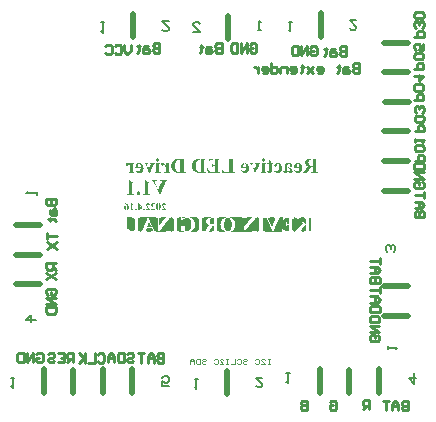
<source format=gbo>
G04*
G04 #@! TF.GenerationSoftware,Altium Limited,Altium Designer,21.0.8 (223)*
G04*
G04 Layer_Color=32896*
%FSLAX25Y25*%
%MOIN*%
G70*
G04*
G04 #@! TF.SameCoordinates,8682EA25-DCF7-411F-8805-334446643B85*
G04*
G04*
G04 #@! TF.FilePolarity,Positive*
G04*
G01*
G75*
%ADD14C,0.01000*%
%ADD17C,0.00500*%
%ADD18C,0.00394*%
%ADD47C,0.01968*%
G36*
X51947Y83250D02*
X51886Y83127D01*
X51793Y83166D01*
X51709Y83189D01*
X51640Y83212D01*
X51578Y83220D01*
X51525Y83227D01*
X51486Y83235D01*
X51456D01*
X51379Y83227D01*
X51317Y83204D01*
X51279Y83181D01*
X51264Y83174D01*
X51210Y83127D01*
X51171Y83081D01*
X51156Y83051D01*
X51148Y83043D01*
Y83035D01*
X51133Y82997D01*
X51125Y82943D01*
X51118Y82874D01*
Y82805D01*
X51110Y82744D01*
Y82690D01*
Y82651D01*
Y82636D01*
Y80194D01*
Y80109D01*
Y80040D01*
X51118Y79909D01*
X51125Y79810D01*
X51133Y79733D01*
X51141Y79679D01*
X51148Y79641D01*
X51156Y79625D01*
Y79618D01*
X51179Y79579D01*
X51202Y79541D01*
X51264Y79479D01*
X51310Y79449D01*
X51325Y79433D01*
X51333D01*
X51386Y79410D01*
X51456Y79395D01*
X51594Y79372D01*
X51663D01*
X51717Y79364D01*
X51886D01*
Y79241D01*
X49413D01*
Y79364D01*
X49612D01*
X49697Y79372D01*
X49758Y79387D01*
X49820Y79403D01*
X49858Y79410D01*
X49889Y79426D01*
X49904Y79433D01*
X49912D01*
X49950Y79464D01*
X49989Y79495D01*
X50035Y79564D01*
X50065Y79610D01*
X50073Y79625D01*
Y79633D01*
X50081Y79694D01*
X50089Y79771D01*
X50096Y79864D01*
Y79963D01*
X50104Y80048D01*
Y80125D01*
Y80155D01*
Y80178D01*
Y80186D01*
Y80194D01*
Y84041D01*
X50219D01*
X51947Y83250D01*
D02*
G37*
G36*
X46617D02*
X46556Y83127D01*
X46464Y83166D01*
X46379Y83189D01*
X46310Y83212D01*
X46248Y83220D01*
X46195Y83227D01*
X46156Y83235D01*
X46126D01*
X46049Y83227D01*
X45987Y83204D01*
X45949Y83181D01*
X45934Y83174D01*
X45880Y83127D01*
X45842Y83081D01*
X45826Y83051D01*
X45818Y83043D01*
Y83035D01*
X45803Y82997D01*
X45795Y82943D01*
X45788Y82874D01*
Y82805D01*
X45780Y82744D01*
Y82690D01*
Y82651D01*
Y82636D01*
Y80194D01*
Y80109D01*
Y80040D01*
X45788Y79909D01*
X45795Y79810D01*
X45803Y79733D01*
X45811Y79679D01*
X45818Y79641D01*
X45826Y79625D01*
Y79618D01*
X45849Y79579D01*
X45872Y79541D01*
X45934Y79479D01*
X45980Y79449D01*
X45995Y79433D01*
X46003D01*
X46057Y79410D01*
X46126Y79395D01*
X46264Y79372D01*
X46333D01*
X46387Y79364D01*
X46556D01*
Y79241D01*
X44083D01*
Y79364D01*
X44282D01*
X44367Y79372D01*
X44428Y79387D01*
X44490Y79403D01*
X44528Y79410D01*
X44559Y79426D01*
X44574Y79433D01*
X44582D01*
X44620Y79464D01*
X44659Y79495D01*
X44705Y79564D01*
X44736Y79610D01*
X44743Y79625D01*
Y79633D01*
X44751Y79694D01*
X44759Y79771D01*
X44766Y79864D01*
Y79963D01*
X44774Y80048D01*
Y80125D01*
Y80155D01*
Y80178D01*
Y80186D01*
Y80194D01*
Y84041D01*
X44889D01*
X46617Y83250D01*
D02*
G37*
G36*
X57492Y83826D02*
X57400Y83811D01*
X57323Y83788D01*
X57254Y83757D01*
X57208Y83734D01*
X57170Y83704D01*
X57146Y83688D01*
X57131Y83673D01*
X57123Y83665D01*
X57100Y83634D01*
X57077Y83596D01*
X57047Y83550D01*
X57024Y83496D01*
X56954Y83365D01*
X56893Y83227D01*
X56832Y83097D01*
X56801Y83035D01*
X56778Y82981D01*
X56762Y82936D01*
X56747Y82905D01*
X56732Y82882D01*
Y82874D01*
X55127Y79134D01*
X55004D01*
X53383Y82728D01*
X53329Y82843D01*
X53283Y82951D01*
X53237Y83043D01*
X53199Y83127D01*
X53161Y83204D01*
X53122Y83273D01*
X53091Y83327D01*
X53061Y83381D01*
X53015Y83458D01*
X52984Y83512D01*
X52961Y83542D01*
X52953Y83550D01*
X52876Y83627D01*
X52800Y83688D01*
X52723Y83742D01*
X52646Y83773D01*
X52584Y83803D01*
X52538Y83819D01*
X52500Y83826D01*
X52492D01*
Y83949D01*
X54036D01*
Y83826D01*
X53952D01*
X53867Y83819D01*
X53798Y83811D01*
X53744Y83796D01*
X53698Y83788D01*
X53667Y83773D01*
X53644Y83765D01*
X53637D01*
X53568Y83727D01*
X53514Y83680D01*
X53483Y83650D01*
X53475Y83642D01*
Y83634D01*
X53445Y83573D01*
X53429Y83519D01*
X53422Y83473D01*
Y83465D01*
Y83458D01*
X53429Y83381D01*
X53437Y83312D01*
X53445Y83281D01*
X53452Y83258D01*
X53460Y83243D01*
Y83235D01*
X53483Y83174D01*
X53506Y83104D01*
X53544Y83020D01*
X53575Y82936D01*
X53614Y82851D01*
X53637Y82789D01*
X53660Y82744D01*
X53667Y82736D01*
Y82728D01*
X54589Y80639D01*
X55595Y82981D01*
X55649Y83112D01*
X55695Y83212D01*
X55726Y83296D01*
X55749Y83350D01*
X55772Y83396D01*
X55779Y83427D01*
X55787Y83435D01*
Y83442D01*
X55802Y83504D01*
X55810Y83550D01*
Y83581D01*
Y83588D01*
X55795Y83657D01*
X55772Y83704D01*
X55749Y83734D01*
X55733Y83742D01*
X55680Y83773D01*
X55618Y83788D01*
X55480Y83819D01*
X55411D01*
X55357Y83826D01*
X55234D01*
Y83949D01*
X57492D01*
Y83826D01*
D02*
G37*
G36*
X48061Y80294D02*
X48138Y80270D01*
X48207Y80247D01*
X48268Y80217D01*
X48314Y80178D01*
X48353Y80155D01*
X48376Y80132D01*
X48384Y80125D01*
X48437Y80055D01*
X48476Y79986D01*
X48506Y79925D01*
X48522Y79856D01*
X48537Y79802D01*
X48545Y79756D01*
Y79725D01*
Y79717D01*
X48537Y79633D01*
X48522Y79556D01*
X48491Y79487D01*
X48460Y79426D01*
X48437Y79380D01*
X48407Y79341D01*
X48391Y79318D01*
X48384Y79311D01*
X48314Y79257D01*
X48245Y79218D01*
X48184Y79188D01*
X48115Y79172D01*
X48061Y79157D01*
X48015Y79149D01*
X47976D01*
X47892Y79157D01*
X47815Y79172D01*
X47746Y79203D01*
X47685Y79234D01*
X47639Y79257D01*
X47600Y79287D01*
X47577Y79303D01*
X47570Y79311D01*
X47508Y79380D01*
X47470Y79449D01*
X47439Y79510D01*
X47416Y79579D01*
X47401Y79633D01*
X47393Y79679D01*
Y79710D01*
Y79717D01*
X47401Y79802D01*
X47416Y79879D01*
X47447Y79948D01*
X47477Y80009D01*
X47508Y80055D01*
X47539Y80094D01*
X47554Y80117D01*
X47562Y80125D01*
X47631Y80186D01*
X47700Y80224D01*
X47769Y80255D01*
X47831Y80278D01*
X47892Y80294D01*
X47938Y80301D01*
X47976D01*
X48061Y80294D01*
D02*
G37*
G36*
X89669Y91317D02*
X89746Y91302D01*
X89807Y91271D01*
X89861Y91248D01*
X89907Y91217D01*
X89938Y91187D01*
X89961Y91171D01*
X89969Y91164D01*
X90022Y91102D01*
X90061Y91033D01*
X90084Y90972D01*
X90099Y90910D01*
X90114Y90856D01*
X90122Y90818D01*
Y90787D01*
Y90780D01*
X90114Y90703D01*
X90099Y90626D01*
X90076Y90565D01*
X90045Y90511D01*
X90015Y90465D01*
X89992Y90434D01*
X89976Y90411D01*
X89969Y90403D01*
X89907Y90350D01*
X89846Y90311D01*
X89784Y90288D01*
X89723Y90273D01*
X89669Y90257D01*
X89631Y90250D01*
X89592D01*
X89508Y90257D01*
X89439Y90273D01*
X89369Y90296D01*
X89316Y90326D01*
X89270Y90357D01*
X89239Y90380D01*
X89216Y90396D01*
X89208Y90403D01*
X89154Y90465D01*
X89116Y90526D01*
X89085Y90588D01*
X89070Y90649D01*
X89055Y90703D01*
X89047Y90741D01*
Y90772D01*
Y90780D01*
X89055Y90864D01*
X89070Y90933D01*
X89101Y91002D01*
X89124Y91056D01*
X89154Y91102D01*
X89185Y91133D01*
X89201Y91156D01*
X89208Y91164D01*
X89270Y91217D01*
X89331Y91256D01*
X89400Y91286D01*
X89454Y91302D01*
X89508Y91317D01*
X89554Y91325D01*
X89592D01*
X89669Y91317D01*
D02*
G37*
G36*
X54541Y91317D02*
X54618Y91302D01*
X54679Y91271D01*
X54733Y91248D01*
X54779Y91217D01*
X54809Y91187D01*
X54833Y91171D01*
X54840Y91163D01*
X54894Y91102D01*
X54932Y91033D01*
X54955Y90972D01*
X54971Y90910D01*
X54986Y90856D01*
X54994Y90818D01*
Y90787D01*
Y90780D01*
X54986Y90703D01*
X54971Y90626D01*
X54948Y90565D01*
X54917Y90511D01*
X54886Y90465D01*
X54863Y90434D01*
X54848Y90411D01*
X54840Y90403D01*
X54779Y90350D01*
X54717Y90311D01*
X54656Y90288D01*
X54594Y90273D01*
X54541Y90257D01*
X54502Y90250D01*
X54464D01*
X54379Y90257D01*
X54310Y90273D01*
X54241Y90296D01*
X54187Y90326D01*
X54141Y90357D01*
X54111Y90380D01*
X54088Y90396D01*
X54080Y90403D01*
X54026Y90465D01*
X53988Y90526D01*
X53957Y90588D01*
X53942Y90649D01*
X53926Y90703D01*
X53919Y90741D01*
Y90772D01*
Y90780D01*
X53926Y90864D01*
X53942Y90933D01*
X53972Y91002D01*
X53995Y91056D01*
X54026Y91102D01*
X54057Y91133D01*
X54072Y91156D01*
X54080Y91163D01*
X54141Y91217D01*
X54203Y91256D01*
X54272Y91286D01*
X54326Y91302D01*
X54379Y91317D01*
X54426Y91325D01*
X54464D01*
X54541Y91317D01*
D02*
G37*
G36*
X75269Y91094D02*
X75115D01*
X75039Y91087D01*
X74962Y91079D01*
X74900Y91064D01*
X74854Y91048D01*
X74808Y91025D01*
X74778Y91010D01*
X74762Y91002D01*
X74754Y90995D01*
X74693Y90933D01*
X74655Y90872D01*
X74639Y90826D01*
X74632Y90810D01*
Y90803D01*
X74624Y90764D01*
X74616Y90710D01*
Y90649D01*
X74608Y90580D01*
Y90518D01*
Y90465D01*
Y90426D01*
Y90411D01*
Y87316D01*
Y87193D01*
X74616Y87093D01*
X74624Y87016D01*
Y86955D01*
X74632Y86917D01*
X74639Y86886D01*
X74647Y86878D01*
Y86870D01*
X74693Y86794D01*
X74739Y86740D01*
X74770Y86709D01*
X74778Y86702D01*
X74785D01*
X74893Y86663D01*
X75000Y86640D01*
X75046D01*
X75085Y86632D01*
X75269D01*
Y86510D01*
X71206D01*
X70991Y87999D01*
X71122D01*
X71199Y87784D01*
X71283Y87592D01*
X71383Y87431D01*
X71475Y87300D01*
X71560Y87201D01*
X71629Y87132D01*
X71682Y87085D01*
X71690Y87078D01*
X71698Y87070D01*
X71851Y86970D01*
X72028Y86893D01*
X72205Y86847D01*
X72374Y86809D01*
X72520Y86786D01*
X72581Y86778D01*
X72642D01*
X72689Y86771D01*
X73103D01*
X73165Y86778D01*
X73211Y86786D01*
X73257Y86801D01*
X73288Y86809D01*
X73311Y86817D01*
X73318Y86824D01*
X73326D01*
X73387Y86870D01*
X73418Y86917D01*
X73441Y86947D01*
X73449Y86963D01*
X73457Y87009D01*
X73464Y87078D01*
X73472Y87155D01*
Y87239D01*
X73480Y87316D01*
Y87377D01*
Y87423D01*
Y87431D01*
Y87439D01*
Y88767D01*
X73357D01*
X73257Y88752D01*
X73165Y88737D01*
X73096Y88721D01*
X73042Y88706D01*
X72996Y88691D01*
X72973Y88683D01*
X72965Y88675D01*
X72904Y88637D01*
X72842Y88583D01*
X72788Y88529D01*
X72742Y88468D01*
X72712Y88414D01*
X72681Y88376D01*
X72666Y88345D01*
X72658Y88330D01*
X72612Y88230D01*
X72573Y88122D01*
X72535Y88015D01*
X72512Y87907D01*
X72496Y87815D01*
X72481Y87746D01*
Y87715D01*
X72474Y87692D01*
Y87685D01*
Y87677D01*
X72343D01*
Y90142D01*
X72474D01*
X72504Y89950D01*
X72543Y89781D01*
X72589Y89635D01*
X72627Y89520D01*
X72673Y89428D01*
X72712Y89359D01*
X72735Y89320D01*
X72742Y89305D01*
X72827Y89213D01*
X72927Y89144D01*
X73034Y89098D01*
X73142Y89067D01*
X73234Y89044D01*
X73311Y89036D01*
X73341Y89029D01*
X73480D01*
Y90948D01*
X72804D01*
X72650Y90941D01*
X72527Y90926D01*
X72427Y90918D01*
X72358Y90902D01*
X72304Y90887D01*
X72274Y90879D01*
X72266D01*
X72143Y90833D01*
X72043Y90787D01*
X71951Y90733D01*
X71882Y90680D01*
X71828Y90634D01*
X71782Y90595D01*
X71759Y90565D01*
X71752Y90557D01*
X71682Y90465D01*
X71629Y90350D01*
X71575Y90227D01*
X71536Y90111D01*
X71506Y89996D01*
X71483Y89912D01*
X71467Y89873D01*
Y89850D01*
X71460Y89835D01*
Y89827D01*
X71329D01*
Y91217D01*
X75269D01*
Y91094D01*
D02*
G37*
G36*
X97948Y89843D02*
X98086Y89835D01*
X98209Y89812D01*
X98324Y89789D01*
X98417Y89766D01*
X98486Y89750D01*
X98532Y89735D01*
X98539Y89727D01*
X98547D01*
X98670Y89674D01*
X98785Y89620D01*
X98877Y89558D01*
X98954Y89505D01*
X99016Y89451D01*
X99062Y89412D01*
X99092Y89382D01*
X99100Y89374D01*
X99161Y89290D01*
X99208Y89205D01*
X99246Y89128D01*
X99269Y89052D01*
X99284Y88990D01*
X99292Y88944D01*
Y88913D01*
Y88898D01*
X99284Y88836D01*
X99269Y88775D01*
X99246Y88721D01*
X99215Y88675D01*
X99192Y88644D01*
X99169Y88614D01*
X99154Y88598D01*
X99146Y88591D01*
X99085Y88545D01*
X99031Y88514D01*
X98970Y88491D01*
X98908Y88476D01*
X98862Y88468D01*
X98824Y88460D01*
X98785D01*
X98708Y88468D01*
X98647Y88476D01*
X98585Y88499D01*
X98539Y88522D01*
X98501Y88537D01*
X98478Y88560D01*
X98463Y88568D01*
X98455Y88575D01*
X98409Y88621D01*
X98378Y88675D01*
X98355Y88721D01*
X98340Y88767D01*
X98332Y88806D01*
X98324Y88836D01*
Y88860D01*
Y88867D01*
X98332Y88921D01*
X98347Y88975D01*
X98386Y89067D01*
X98417Y89105D01*
X98432Y89136D01*
X98447Y89151D01*
X98455Y89159D01*
X98486Y89197D01*
X98509Y89236D01*
X98539Y89290D01*
X98555Y89320D01*
Y89336D01*
X98547Y89366D01*
X98539Y89397D01*
X98509Y89443D01*
X98478Y89474D01*
X98463Y89482D01*
X98401Y89520D01*
X98340Y89543D01*
X98225Y89574D01*
X98171Y89582D01*
X98132Y89589D01*
X98094D01*
X97994Y89574D01*
X97917Y89551D01*
X97887Y89535D01*
X97864Y89528D01*
X97856Y89512D01*
X97848D01*
X97779Y89459D01*
X97725Y89405D01*
X97702Y89359D01*
X97695Y89351D01*
Y89343D01*
X97679Y89297D01*
X97664Y89236D01*
X97656Y89159D01*
Y89082D01*
X97649Y89006D01*
Y88944D01*
Y88898D01*
Y88890D01*
Y88883D01*
Y88560D01*
X97840Y88468D01*
X98017Y88383D01*
X98178Y88299D01*
X98317Y88222D01*
X98447Y88153D01*
X98562Y88092D01*
X98662Y88030D01*
X98747Y87976D01*
X98824Y87923D01*
X98885Y87884D01*
X98939Y87846D01*
X98977Y87815D01*
X99008Y87792D01*
X99031Y87777D01*
X99039Y87761D01*
X99046D01*
X99154Y87646D01*
X99231Y87539D01*
X99284Y87423D01*
X99323Y87324D01*
X99346Y87231D01*
X99353Y87162D01*
X99361Y87116D01*
Y87108D01*
Y87101D01*
X99353Y87001D01*
X99330Y86909D01*
X99307Y86832D01*
X99269Y86771D01*
X99238Y86717D01*
X99215Y86671D01*
X99192Y86648D01*
X99185Y86640D01*
X99108Y86579D01*
X99031Y86540D01*
X98954Y86510D01*
X98877Y86486D01*
X98816Y86471D01*
X98762Y86463D01*
X98716D01*
X98624Y86471D01*
X98532Y86486D01*
X98440Y86510D01*
X98355Y86548D01*
X98171Y86632D01*
X98010Y86725D01*
X97864Y86824D01*
X97802Y86863D01*
X97748Y86901D01*
X97710Y86940D01*
X97672Y86963D01*
X97656Y86978D01*
X97649Y86986D01*
X97633Y86893D01*
X97610Y86809D01*
X97579Y86740D01*
X97541Y86686D01*
X97518Y86640D01*
X97487Y86609D01*
X97472Y86594D01*
X97464Y86586D01*
X97403Y86548D01*
X97334Y86517D01*
X97257Y86494D01*
X97188Y86479D01*
X97126Y86471D01*
X97080Y86463D01*
X97034D01*
X96950Y86471D01*
X96865Y86479D01*
X96796Y86502D01*
X96735Y86525D01*
X96681Y86540D01*
X96642Y86563D01*
X96619Y86571D01*
X96612Y86579D01*
X96543Y86625D01*
X96473Y86686D01*
X96420Y86748D01*
X96358Y86809D01*
X96320Y86863D01*
X96281Y86909D01*
X96258Y86940D01*
X96251Y86947D01*
X96358Y87032D01*
X96389Y86993D01*
X96427Y86963D01*
X96458Y86940D01*
X96481Y86924D01*
X96520Y86909D01*
X96535D01*
X96566Y86917D01*
X96596Y86924D01*
X96612Y86932D01*
X96619D01*
X96642Y86955D01*
X96650Y86986D01*
X96666Y87009D01*
Y87016D01*
X96673Y87047D01*
Y87085D01*
X96681Y87185D01*
Y87224D01*
Y87262D01*
Y87293D01*
Y87300D01*
Y88552D01*
Y88644D01*
Y88737D01*
X96688Y88814D01*
Y88883D01*
X96696Y88998D01*
X96704Y89090D01*
X96719Y89151D01*
X96727Y89197D01*
X96735Y89220D01*
Y89228D01*
X96773Y89313D01*
X96819Y89389D01*
X96881Y89459D01*
X96934Y89520D01*
X96988Y89574D01*
X97034Y89620D01*
X97065Y89643D01*
X97080Y89651D01*
X97188Y89720D01*
X97311Y89766D01*
X97426Y89804D01*
X97549Y89827D01*
X97649Y89843D01*
X97733Y89850D01*
X97810D01*
X97948Y89843D01*
D02*
G37*
G36*
X88563Y89628D02*
X88463Y89589D01*
X88386Y89551D01*
X88348Y89520D01*
X88333Y89512D01*
Y89505D01*
X88310Y89482D01*
X88287Y89443D01*
X88233Y89359D01*
X88179Y89267D01*
X88133Y89167D01*
X88087Y89075D01*
X88048Y88998D01*
X88033Y88967D01*
X88025Y88944D01*
X88018Y88929D01*
Y88921D01*
X86927Y86417D01*
X86766D01*
X85691Y88959D01*
X85652Y89044D01*
X85622Y89113D01*
X85560Y89236D01*
X85514Y89328D01*
X85476Y89405D01*
X85437Y89451D01*
X85414Y89482D01*
X85407Y89497D01*
X85399Y89505D01*
X85314Y89566D01*
X85238Y89605D01*
X85207Y89612D01*
X85176Y89620D01*
X85161Y89628D01*
X85153D01*
Y89750D01*
X86205D01*
Y89628D01*
X86136Y89620D01*
X86075Y89612D01*
X86029Y89597D01*
X85990Y89589D01*
X85967Y89574D01*
X85944Y89558D01*
X85929Y89551D01*
X85883Y89497D01*
X85860Y89436D01*
X85852Y89389D01*
Y89382D01*
Y89374D01*
X85860Y89290D01*
X85883Y89190D01*
X85913Y89082D01*
X85944Y88982D01*
X85975Y88883D01*
X86006Y88806D01*
X86021Y88775D01*
X86029Y88752D01*
X86036Y88737D01*
Y88729D01*
X86459Y87685D01*
X86996Y88898D01*
X87050Y89021D01*
X87089Y89121D01*
X87112Y89205D01*
X87127Y89274D01*
X87142Y89320D01*
X87150Y89359D01*
Y89374D01*
Y89382D01*
X87142Y89420D01*
X87135Y89459D01*
X87104Y89512D01*
X87081Y89551D01*
X87066Y89566D01*
X87035Y89589D01*
X87004Y89605D01*
X86927Y89620D01*
X86897Y89628D01*
X86843D01*
Y89750D01*
X88563D01*
Y89628D01*
D02*
G37*
G36*
X53435Y89627D02*
X53335Y89589D01*
X53258Y89551D01*
X53220Y89520D01*
X53204Y89512D01*
Y89505D01*
X53181Y89482D01*
X53158Y89443D01*
X53105Y89359D01*
X53051Y89267D01*
X53005Y89167D01*
X52959Y89075D01*
X52920Y88998D01*
X52905Y88967D01*
X52897Y88944D01*
X52890Y88929D01*
Y88921D01*
X51799Y86417D01*
X51638D01*
X50562Y88959D01*
X50524Y89044D01*
X50493Y89113D01*
X50432Y89236D01*
X50386Y89328D01*
X50347Y89405D01*
X50309Y89451D01*
X50286Y89482D01*
X50278Y89497D01*
X50271Y89505D01*
X50186Y89566D01*
X50109Y89605D01*
X50079Y89612D01*
X50048Y89620D01*
X50033Y89627D01*
X50025D01*
Y89750D01*
X51077D01*
Y89627D01*
X51008Y89620D01*
X50946Y89612D01*
X50900Y89597D01*
X50862Y89589D01*
X50839Y89574D01*
X50816Y89558D01*
X50801Y89551D01*
X50754Y89497D01*
X50731Y89436D01*
X50724Y89389D01*
Y89382D01*
Y89374D01*
X50731Y89290D01*
X50754Y89190D01*
X50785Y89082D01*
X50816Y88982D01*
X50847Y88883D01*
X50877Y88806D01*
X50893Y88775D01*
X50900Y88752D01*
X50908Y88737D01*
Y88729D01*
X51330Y87685D01*
X51868Y88898D01*
X51922Y89021D01*
X51960Y89121D01*
X51983Y89205D01*
X51999Y89274D01*
X52014Y89320D01*
X52022Y89359D01*
Y89374D01*
Y89382D01*
X52014Y89420D01*
X52006Y89459D01*
X51976Y89512D01*
X51952Y89551D01*
X51937Y89566D01*
X51906Y89589D01*
X51876Y89605D01*
X51799Y89620D01*
X51768Y89627D01*
X51714D01*
Y89750D01*
X53435D01*
Y89627D01*
D02*
G37*
G36*
X94477Y89843D02*
X94607Y89827D01*
X94722Y89797D01*
X94838Y89758D01*
X94945Y89712D01*
X95037Y89658D01*
X95130Y89605D01*
X95206Y89551D01*
X95275Y89489D01*
X95337Y89436D01*
X95391Y89382D01*
X95437Y89336D01*
X95467Y89297D01*
X95490Y89267D01*
X95506Y89251D01*
X95513Y89244D01*
X95575Y89144D01*
X95629Y89052D01*
X95721Y88844D01*
X95782Y88652D01*
X95821Y88468D01*
X95836Y88391D01*
X95851Y88314D01*
X95859Y88245D01*
Y88191D01*
X95867Y88138D01*
Y88107D01*
Y88084D01*
Y88076D01*
X95859Y87953D01*
X95851Y87830D01*
X95805Y87608D01*
X95744Y87408D01*
X95713Y87316D01*
X95675Y87231D01*
X95636Y87162D01*
X95606Y87093D01*
X95575Y87039D01*
X95544Y86986D01*
X95521Y86955D01*
X95498Y86924D01*
X95490Y86909D01*
X95483Y86901D01*
X95406Y86817D01*
X95329Y86740D01*
X95245Y86678D01*
X95152Y86625D01*
X95068Y86579D01*
X94984Y86532D01*
X94815Y86479D01*
X94669Y86440D01*
X94607Y86433D01*
X94554Y86425D01*
X94507Y86417D01*
X94446D01*
X94300Y86425D01*
X94169Y86448D01*
X94039Y86486D01*
X93931Y86525D01*
X93847Y86556D01*
X93778Y86594D01*
X93732Y86617D01*
X93716Y86625D01*
X93594Y86709D01*
X93478Y86809D01*
X93378Y86917D01*
X93302Y87024D01*
X93233Y87116D01*
X93179Y87193D01*
X93163Y87224D01*
X93148Y87247D01*
X93140Y87254D01*
Y87262D01*
X93248Y87347D01*
X93325Y87270D01*
X93394Y87208D01*
X93455Y87155D01*
X93509Y87116D01*
X93555Y87085D01*
X93586Y87062D01*
X93609Y87055D01*
X93616Y87047D01*
X93732Y87001D01*
X93832Y86978D01*
X93878D01*
X93908Y86970D01*
X93939D01*
X94031Y86978D01*
X94116Y86993D01*
X94192Y87016D01*
X94262Y87047D01*
X94315Y87070D01*
X94354Y87093D01*
X94377Y87108D01*
X94384Y87116D01*
X94477Y87201D01*
X94554Y87300D01*
X94623Y87408D01*
X94676Y87508D01*
X94722Y87600D01*
X94753Y87669D01*
X94769Y87700D01*
X94776Y87723D01*
X94784Y87731D01*
Y87738D01*
X94830Y87892D01*
X94868Y88053D01*
X94891Y88199D01*
X94914Y88330D01*
X94922Y88445D01*
Y88491D01*
X94930Y88537D01*
Y88568D01*
Y88591D01*
Y88606D01*
Y88614D01*
X94922Y88806D01*
X94899Y88975D01*
X94876Y89113D01*
X94838Y89228D01*
X94807Y89313D01*
X94784Y89382D01*
X94761Y89412D01*
X94753Y89428D01*
X94707Y89489D01*
X94661Y89535D01*
X94615Y89566D01*
X94569Y89589D01*
X94530Y89605D01*
X94500Y89612D01*
X94431D01*
X94392Y89597D01*
X94338Y89566D01*
X94300Y89535D01*
X94285Y89528D01*
Y89520D01*
X94254Y89482D01*
X94231Y89436D01*
X94200Y89336D01*
X94185Y89290D01*
Y89251D01*
X94177Y89220D01*
Y89213D01*
X94162Y89090D01*
X94139Y88990D01*
X94116Y88906D01*
X94085Y88844D01*
X94062Y88790D01*
X94039Y88760D01*
X94024Y88737D01*
X94016Y88729D01*
X93962Y88683D01*
X93908Y88652D01*
X93855Y88629D01*
X93801Y88614D01*
X93747Y88606D01*
X93709Y88598D01*
X93678D01*
X93609Y88606D01*
X93547Y88614D01*
X93494Y88637D01*
X93448Y88660D01*
X93409Y88675D01*
X93386Y88698D01*
X93371Y88706D01*
X93363Y88714D01*
X93325Y88760D01*
X93294Y88814D01*
X93271Y88867D01*
X93256Y88913D01*
X93248Y88959D01*
X93240Y88998D01*
Y89021D01*
Y89029D01*
X93256Y89144D01*
X93286Y89251D01*
X93332Y89343D01*
X93386Y89428D01*
X93448Y89497D01*
X93494Y89551D01*
X93524Y89589D01*
X93540Y89597D01*
X93663Y89681D01*
X93793Y89743D01*
X93924Y89789D01*
X94054Y89820D01*
X94162Y89835D01*
X94254Y89850D01*
X94338D01*
X94477Y89843D01*
D02*
G37*
G36*
X101212D02*
X101320Y89827D01*
X101412Y89804D01*
X101512Y89773D01*
X101681Y89697D01*
X101834Y89612D01*
X101896Y89566D01*
X101957Y89520D01*
X102003Y89482D01*
X102049Y89443D01*
X102080Y89412D01*
X102103Y89389D01*
X102118Y89374D01*
X102126Y89366D01*
X102203Y89274D01*
X102272Y89174D01*
X102326Y89075D01*
X102379Y88967D01*
X102418Y88860D01*
X102456Y88752D01*
X102510Y88545D01*
X102525Y88445D01*
X102541Y88360D01*
X102548Y88284D01*
X102556Y88214D01*
X102564Y88153D01*
Y88115D01*
Y88084D01*
Y88076D01*
X102548Y87838D01*
X102518Y87623D01*
X102472Y87439D01*
X102448Y87354D01*
X102418Y87278D01*
X102387Y87208D01*
X102364Y87147D01*
X102341Y87093D01*
X102318Y87047D01*
X102295Y87016D01*
X102287Y86993D01*
X102272Y86978D01*
Y86970D01*
X102195Y86870D01*
X102118Y86786D01*
X102034Y86717D01*
X101942Y86648D01*
X101849Y86594D01*
X101757Y86556D01*
X101665Y86517D01*
X101581Y86486D01*
X101419Y86448D01*
X101350Y86433D01*
X101289Y86425D01*
X101243D01*
X101204Y86417D01*
X101174D01*
X101020Y86425D01*
X100882Y86456D01*
X100759Y86486D01*
X100651Y86532D01*
X100567Y86571D01*
X100498Y86609D01*
X100459Y86632D01*
X100444Y86640D01*
X100329Y86740D01*
X100214Y86855D01*
X100114Y86978D01*
X100029Y87108D01*
X99953Y87224D01*
X99922Y87278D01*
X99899Y87316D01*
X99876Y87354D01*
X99868Y87385D01*
X99853Y87400D01*
Y87408D01*
X99976Y87485D01*
X100045Y87377D01*
X100114Y87293D01*
X100175Y87216D01*
X100229Y87162D01*
X100275Y87116D01*
X100313Y87085D01*
X100337Y87070D01*
X100344Y87062D01*
X100406Y87024D01*
X100475Y86993D01*
X100536Y86978D01*
X100598Y86963D01*
X100644Y86955D01*
X100682Y86947D01*
X100721D01*
X100843Y86963D01*
X100951Y86993D01*
X101051Y87039D01*
X101135Y87093D01*
X101204Y87139D01*
X101250Y87185D01*
X101289Y87216D01*
X101296Y87231D01*
X101396Y87385D01*
X101481Y87554D01*
X101535Y87723D01*
X101581Y87884D01*
X101611Y88038D01*
X101619Y88099D01*
X101627Y88153D01*
Y88199D01*
X101634Y88230D01*
Y88253D01*
Y88261D01*
X99853D01*
X99860Y88406D01*
X99876Y88537D01*
X99899Y88660D01*
X99929Y88775D01*
X99960Y88883D01*
X99991Y88982D01*
X100022Y89067D01*
X100060Y89144D01*
X100098Y89213D01*
X100129Y89274D01*
X100160Y89328D01*
X100191Y89366D01*
X100214Y89405D01*
X100229Y89428D01*
X100237Y89436D01*
X100244Y89443D01*
X100313Y89512D01*
X100383Y89582D01*
X100459Y89635D01*
X100529Y89681D01*
X100674Y89750D01*
X100813Y89797D01*
X100928Y89827D01*
X100974Y89835D01*
X101020Y89843D01*
X101058Y89850D01*
X101104D01*
X101212Y89843D01*
D02*
G37*
G36*
X83448D02*
X83556Y89827D01*
X83648Y89804D01*
X83748Y89773D01*
X83917Y89697D01*
X84070Y89612D01*
X84132Y89566D01*
X84193Y89520D01*
X84239Y89482D01*
X84285Y89443D01*
X84316Y89412D01*
X84339Y89389D01*
X84354Y89374D01*
X84362Y89366D01*
X84439Y89274D01*
X84508Y89174D01*
X84562Y89075D01*
X84616Y88967D01*
X84654Y88860D01*
X84692Y88752D01*
X84746Y88545D01*
X84762Y88445D01*
X84777Y88360D01*
X84785Y88284D01*
X84792Y88214D01*
X84800Y88153D01*
Y88115D01*
Y88084D01*
Y88076D01*
X84785Y87838D01*
X84754Y87623D01*
X84708Y87439D01*
X84685Y87354D01*
X84654Y87278D01*
X84623Y87208D01*
X84600Y87147D01*
X84577Y87093D01*
X84554Y87047D01*
X84531Y87016D01*
X84523Y86993D01*
X84508Y86978D01*
Y86970D01*
X84431Y86870D01*
X84354Y86786D01*
X84270Y86717D01*
X84178Y86648D01*
X84086Y86594D01*
X83994Y86556D01*
X83901Y86517D01*
X83817Y86486D01*
X83656Y86448D01*
X83586Y86433D01*
X83525Y86425D01*
X83479D01*
X83441Y86417D01*
X83410D01*
X83256Y86425D01*
X83118Y86456D01*
X82995Y86486D01*
X82888Y86532D01*
X82803Y86571D01*
X82734Y86609D01*
X82696Y86632D01*
X82680Y86640D01*
X82565Y86740D01*
X82450Y86855D01*
X82350Y86978D01*
X82266Y87108D01*
X82189Y87224D01*
X82158Y87278D01*
X82135Y87316D01*
X82112Y87354D01*
X82104Y87385D01*
X82089Y87400D01*
Y87408D01*
X82212Y87485D01*
X82281Y87377D01*
X82350Y87293D01*
X82411Y87216D01*
X82465Y87162D01*
X82511Y87116D01*
X82550Y87085D01*
X82573Y87070D01*
X82580Y87062D01*
X82642Y87024D01*
X82711Y86993D01*
X82772Y86978D01*
X82834Y86963D01*
X82880Y86955D01*
X82918Y86947D01*
X82957D01*
X83080Y86963D01*
X83187Y86993D01*
X83287Y87039D01*
X83371Y87093D01*
X83441Y87139D01*
X83487Y87185D01*
X83525Y87216D01*
X83533Y87231D01*
X83632Y87385D01*
X83717Y87554D01*
X83771Y87723D01*
X83817Y87884D01*
X83848Y88038D01*
X83855Y88099D01*
X83863Y88153D01*
Y88199D01*
X83871Y88230D01*
Y88253D01*
Y88261D01*
X82089D01*
X82096Y88406D01*
X82112Y88537D01*
X82135Y88660D01*
X82166Y88775D01*
X82196Y88883D01*
X82227Y88982D01*
X82258Y89067D01*
X82296Y89144D01*
X82335Y89213D01*
X82365Y89274D01*
X82396Y89328D01*
X82427Y89366D01*
X82450Y89405D01*
X82465Y89428D01*
X82473Y89436D01*
X82481Y89443D01*
X82550Y89512D01*
X82619Y89582D01*
X82696Y89635D01*
X82765Y89681D01*
X82911Y89750D01*
X83049Y89797D01*
X83164Y89827D01*
X83210Y89835D01*
X83256Y89843D01*
X83295Y89850D01*
X83341D01*
X83448Y89843D01*
D02*
G37*
G36*
X48320Y89843D02*
X48427Y89827D01*
X48520Y89804D01*
X48619Y89773D01*
X48788Y89697D01*
X48942Y89612D01*
X49003Y89566D01*
X49065Y89520D01*
X49111Y89482D01*
X49157Y89443D01*
X49188Y89412D01*
X49211Y89389D01*
X49226Y89374D01*
X49234Y89366D01*
X49311Y89274D01*
X49380Y89174D01*
X49433Y89075D01*
X49487Y88967D01*
X49526Y88860D01*
X49564Y88752D01*
X49618Y88545D01*
X49633Y88445D01*
X49648Y88360D01*
X49656Y88284D01*
X49664Y88214D01*
X49672Y88153D01*
Y88115D01*
Y88084D01*
Y88076D01*
X49656Y87838D01*
X49626Y87623D01*
X49579Y87439D01*
X49556Y87354D01*
X49526Y87278D01*
X49495Y87208D01*
X49472Y87147D01*
X49449Y87093D01*
X49426Y87047D01*
X49403Y87016D01*
X49395Y86993D01*
X49380Y86978D01*
Y86970D01*
X49303Y86870D01*
X49226Y86786D01*
X49142Y86717D01*
X49049Y86648D01*
X48957Y86594D01*
X48865Y86556D01*
X48773Y86517D01*
X48689Y86486D01*
X48527Y86448D01*
X48458Y86433D01*
X48397Y86425D01*
X48351D01*
X48312Y86417D01*
X48281D01*
X48128Y86425D01*
X47990Y86456D01*
X47867Y86486D01*
X47759Y86532D01*
X47675Y86571D01*
X47606Y86609D01*
X47567Y86632D01*
X47552Y86640D01*
X47437Y86740D01*
X47322Y86855D01*
X47222Y86978D01*
X47137Y87108D01*
X47060Y87224D01*
X47030Y87278D01*
X47007Y87316D01*
X46984Y87354D01*
X46976Y87385D01*
X46960Y87400D01*
Y87408D01*
X47083Y87485D01*
X47153Y87377D01*
X47222Y87293D01*
X47283Y87216D01*
X47337Y87162D01*
X47383Y87116D01*
X47421Y87085D01*
X47444Y87070D01*
X47452Y87062D01*
X47513Y87024D01*
X47583Y86993D01*
X47644Y86978D01*
X47706Y86963D01*
X47752Y86955D01*
X47790Y86947D01*
X47828D01*
X47951Y86963D01*
X48059Y86993D01*
X48159Y87039D01*
X48243Y87093D01*
X48312Y87139D01*
X48358Y87185D01*
X48397Y87216D01*
X48404Y87231D01*
X48504Y87385D01*
X48589Y87554D01*
X48642Y87723D01*
X48689Y87884D01*
X48719Y88038D01*
X48727Y88099D01*
X48735Y88153D01*
Y88199D01*
X48742Y88230D01*
Y88253D01*
Y88261D01*
X46960D01*
X46968Y88406D01*
X46984Y88537D01*
X47007Y88660D01*
X47037Y88775D01*
X47068Y88883D01*
X47099Y88982D01*
X47129Y89067D01*
X47168Y89144D01*
X47206Y89213D01*
X47237Y89274D01*
X47268Y89328D01*
X47298Y89366D01*
X47322Y89405D01*
X47337Y89428D01*
X47344Y89436D01*
X47352Y89443D01*
X47421Y89512D01*
X47490Y89582D01*
X47567Y89635D01*
X47636Y89681D01*
X47782Y89750D01*
X47921Y89797D01*
X48036Y89827D01*
X48082Y89835D01*
X48128Y89843D01*
X48166Y89850D01*
X48212D01*
X48320Y89843D01*
D02*
G37*
G36*
X91658Y90787D02*
X91750Y90641D01*
X91835Y90511D01*
X91919Y90396D01*
X91996Y90303D01*
X92050Y90234D01*
X92088Y90188D01*
X92104Y90180D01*
Y90173D01*
X92226Y90050D01*
X92349Y89927D01*
X92472Y89820D01*
X92587Y89727D01*
X92687Y89643D01*
X92772Y89582D01*
X92802Y89558D01*
X92818Y89543D01*
X92833Y89528D01*
X92841D01*
Y89412D01*
X92418D01*
Y87654D01*
Y87562D01*
Y87477D01*
Y87400D01*
X92411Y87331D01*
Y87278D01*
Y87224D01*
X92403Y87139D01*
X92395Y87078D01*
Y87039D01*
X92388Y87024D01*
Y87016D01*
X92357Y86940D01*
X92319Y86863D01*
X92273Y86801D01*
X92226Y86748D01*
X92188Y86694D01*
X92150Y86663D01*
X92127Y86640D01*
X92119Y86632D01*
X92034Y86579D01*
X91942Y86532D01*
X91858Y86502D01*
X91773Y86486D01*
X91697Y86471D01*
X91643Y86463D01*
X91589D01*
X91474Y86471D01*
X91366Y86494D01*
X91274Y86525D01*
X91182Y86571D01*
X91097Y86617D01*
X91021Y86678D01*
X90898Y86801D01*
X90798Y86924D01*
X90760Y86978D01*
X90729Y87024D01*
X90706Y87070D01*
X90690Y87101D01*
X90675Y87124D01*
Y87132D01*
X90783Y87208D01*
X90821Y87147D01*
X90859Y87093D01*
X90936Y87009D01*
X91005Y86947D01*
X91074Y86909D01*
X91128Y86878D01*
X91174Y86870D01*
X91205Y86863D01*
X91213D01*
X91251Y86870D01*
X91297Y86886D01*
X91320Y86901D01*
X91336Y86909D01*
X91382Y86955D01*
X91405Y86993D01*
X91420Y87024D01*
X91428Y87039D01*
X91435Y87078D01*
X91443Y87132D01*
X91451Y87254D01*
Y87316D01*
Y87362D01*
Y87393D01*
Y87408D01*
Y89412D01*
X90683D01*
Y89750D01*
X91451D01*
Y90941D01*
X91566D01*
X91658Y90787D01*
D02*
G37*
G36*
X80008Y91094D02*
X79785D01*
X79723Y91087D01*
X79670Y91071D01*
X79631Y91064D01*
X79593Y91048D01*
X79570Y91033D01*
X79554Y91025D01*
X79547D01*
X79501Y91002D01*
X79470Y90972D01*
X79416Y90918D01*
X79393Y90879D01*
X79386Y90872D01*
Y90864D01*
X79370Y90818D01*
X79362Y90756D01*
X79355Y90680D01*
Y90603D01*
X79347Y90534D01*
Y90472D01*
Y90426D01*
Y90419D01*
Y90411D01*
Y87316D01*
Y87193D01*
X79355Y87093D01*
X79362Y87016D01*
Y86955D01*
X79370Y86917D01*
X79378Y86886D01*
X79386Y86878D01*
Y86870D01*
X79432Y86794D01*
X79478Y86740D01*
X79508Y86709D01*
X79516Y86702D01*
X79524D01*
X79631Y86663D01*
X79739Y86640D01*
X79785D01*
X79823Y86632D01*
X80008D01*
Y86510D01*
X75837Y86510D01*
X75661Y88161D01*
X75807D01*
X75868Y87961D01*
X75929Y87792D01*
X75991Y87646D01*
X76045Y87531D01*
X76091Y87439D01*
X76129Y87370D01*
X76152Y87331D01*
X76160Y87316D01*
X76229Y87216D01*
X76298Y87132D01*
X76375Y87062D01*
X76444Y87001D01*
X76498Y86955D01*
X76544Y86924D01*
X76582Y86909D01*
X76590Y86901D01*
X76690Y86855D01*
X76790Y86824D01*
X76889Y86801D01*
X76989Y86786D01*
X77074Y86778D01*
X77143Y86771D01*
X77711D01*
X77803Y86778D01*
X77880D01*
X77934Y86786D01*
X77972Y86794D01*
X78003D01*
X78011Y86801D01*
X78018D01*
X78057Y86824D01*
X78095Y86847D01*
X78141Y86893D01*
X78172Y86932D01*
X78180Y86940D01*
Y86947D01*
X78195Y86993D01*
X78203Y87062D01*
X78210Y87139D01*
Y87216D01*
X78218Y87285D01*
Y87347D01*
Y87393D01*
Y87408D01*
Y90411D01*
Y90534D01*
X78210Y90626D01*
Y90703D01*
X78203Y90764D01*
X78195Y90803D01*
Y90833D01*
X78187Y90841D01*
Y90849D01*
X78141Y90926D01*
X78095Y90979D01*
X78057Y91010D01*
X78041Y91018D01*
X77995Y91041D01*
X77934Y91064D01*
X77826Y91087D01*
X77780Y91094D01*
X77504D01*
Y91217D01*
X80008Y91217D01*
Y91094D01*
D02*
G37*
G36*
X107832D02*
X107717D01*
X107625Y91087D01*
X107548Y91079D01*
X107494Y91064D01*
X107448Y91056D01*
X107418Y91041D01*
X107402Y91033D01*
X107394D01*
X107318Y90979D01*
X107272Y90933D01*
X107241Y90887D01*
X107233Y90879D01*
Y90872D01*
X107218Y90826D01*
X107202Y90756D01*
X107195Y90680D01*
X107187Y90595D01*
X107179Y90518D01*
Y90457D01*
Y90411D01*
Y90403D01*
Y90396D01*
Y87331D01*
Y87201D01*
X107187Y87093D01*
X107195Y87009D01*
X107202Y86947D01*
X107218Y86901D01*
X107226Y86870D01*
X107233Y86855D01*
Y86847D01*
X107279Y86778D01*
X107333Y86732D01*
X107379Y86694D01*
X107387Y86686D01*
X107394D01*
X107448Y86671D01*
X107510Y86655D01*
X107656Y86640D01*
X107725Y86632D01*
X107832D01*
Y86510D01*
X105421D01*
Y86632D01*
X105536D01*
X105628Y86640D01*
X105705Y86648D01*
X105766Y86663D01*
X105812Y86671D01*
X105843Y86678D01*
X105858Y86686D01*
X105866D01*
X105943Y86740D01*
X105989Y86794D01*
X106020Y86832D01*
X106027Y86840D01*
Y86847D01*
X106043Y86893D01*
X106050Y86963D01*
X106066Y87047D01*
Y87124D01*
X106073Y87208D01*
Y87270D01*
Y87316D01*
Y87324D01*
Y87331D01*
Y88652D01*
X105766D01*
X104253Y86510D01*
X102771D01*
Y86640D01*
X102840Y86648D01*
X102902Y86663D01*
X102963Y86678D01*
X103009Y86702D01*
X103055Y86725D01*
X103086Y86740D01*
X103101Y86748D01*
X103109Y86755D01*
X103147Y86794D01*
X103193Y86847D01*
X103247Y86909D01*
X103301Y86970D01*
X103347Y87032D01*
X103385Y87085D01*
X103416Y87116D01*
X103424Y87132D01*
X104545Y88729D01*
X104392Y88775D01*
X104261Y88829D01*
X104146Y88875D01*
X104046Y88929D01*
X103977Y88975D01*
X103923Y89013D01*
X103885Y89044D01*
X103877Y89052D01*
X103808Y89121D01*
X103754Y89182D01*
X103700Y89259D01*
X103662Y89328D01*
X103593Y89474D01*
X103547Y89612D01*
X103524Y89727D01*
X103508Y89781D01*
Y89827D01*
X103501Y89858D01*
Y89889D01*
Y89904D01*
Y89912D01*
X103508Y90065D01*
X103539Y90211D01*
X103577Y90334D01*
X103624Y90449D01*
X103677Y90534D01*
X103716Y90603D01*
X103746Y90641D01*
X103754Y90657D01*
X103854Y90772D01*
X103962Y90864D01*
X104069Y90941D01*
X104176Y90995D01*
X104269Y91041D01*
X104338Y91071D01*
X104368Y91079D01*
X104392Y91087D01*
X104399Y91094D01*
X104407D01*
X104484Y91118D01*
X104576Y91133D01*
X104768Y91164D01*
X104975Y91187D01*
X105175Y91202D01*
X105275Y91210D01*
X105359D01*
X105444Y91217D01*
X107832D01*
Y91094D01*
D02*
G37*
G36*
X90460Y89628D02*
X90383Y89620D01*
X90314Y89605D01*
X90260Y89582D01*
X90222Y89566D01*
X90191Y89543D01*
X90168Y89528D01*
X90153Y89520D01*
Y89512D01*
X90122Y89466D01*
X90107Y89405D01*
X90091Y89336D01*
X90076Y89259D01*
Y89190D01*
X90068Y89128D01*
Y89090D01*
Y89082D01*
Y89075D01*
Y87185D01*
Y87062D01*
X90084Y86970D01*
X90091Y86893D01*
X90107Y86840D01*
X90122Y86801D01*
X90130Y86771D01*
X90145Y86763D01*
Y86755D01*
X90184Y86717D01*
X90237Y86686D01*
X90291Y86663D01*
X90337Y86648D01*
X90383Y86640D01*
X90422Y86632D01*
X90460D01*
Y86510D01*
X88709D01*
Y86632D01*
X88793Y86640D01*
X88855Y86648D01*
X88916Y86671D01*
X88955Y86686D01*
X88986Y86702D01*
X89008Y86717D01*
X89016Y86732D01*
X89024D01*
X89047Y86778D01*
X89070Y86847D01*
X89085Y86917D01*
X89093Y86993D01*
Y87070D01*
X89101Y87132D01*
Y87170D01*
Y87185D01*
Y89750D01*
X90460D01*
Y89628D01*
D02*
G37*
G36*
X70577Y91094D02*
X70354D01*
X70292Y91087D01*
X70239Y91071D01*
X70200Y91064D01*
X70162Y91048D01*
X70139Y91033D01*
X70123Y91025D01*
X70116D01*
X70070Y91002D01*
X70039Y90972D01*
X69985Y90918D01*
X69962Y90879D01*
X69954Y90872D01*
Y90864D01*
X69939Y90818D01*
X69931Y90756D01*
X69924Y90680D01*
Y90603D01*
X69916Y90534D01*
Y90472D01*
Y90426D01*
Y90419D01*
Y90411D01*
Y87316D01*
Y87193D01*
X69924Y87093D01*
X69931Y87016D01*
Y86955D01*
X69939Y86917D01*
X69947Y86886D01*
X69954Y86878D01*
Y86870D01*
X70000Y86794D01*
X70054Y86740D01*
X70100Y86709D01*
X70108Y86694D01*
X70116D01*
X70162Y86671D01*
X70208Y86655D01*
X70308Y86640D01*
X70354Y86632D01*
X70577D01*
Y86510D01*
X68311D01*
X68180Y86517D01*
X68065Y86525D01*
X67973Y86532D01*
X67904D01*
X67850Y86540D01*
X67819Y86548D01*
X67812D01*
X67635Y86586D01*
X67481Y86625D01*
X67343Y86671D01*
X67220Y86709D01*
X67128Y86748D01*
X67059Y86778D01*
X67013Y86794D01*
X66998Y86801D01*
X66875Y86870D01*
X66767Y86940D01*
X66667Y87016D01*
X66583Y87085D01*
X66514Y87147D01*
X66460Y87193D01*
X66422Y87224D01*
X66414Y87239D01*
X66322Y87347D01*
X66245Y87462D01*
X66168Y87577D01*
X66114Y87692D01*
X66061Y87784D01*
X66030Y87861D01*
X66015Y87892D01*
X66007Y87915D01*
X65999Y87923D01*
Y87930D01*
X65946Y88091D01*
X65907Y88253D01*
X65876Y88406D01*
X65861Y88545D01*
X65846Y88668D01*
Y88721D01*
X65838Y88760D01*
Y88798D01*
Y88821D01*
Y88836D01*
Y88844D01*
Y88975D01*
X65853Y89105D01*
X65892Y89351D01*
X65946Y89566D01*
X65969Y89666D01*
X65999Y89758D01*
X66030Y89843D01*
X66061Y89919D01*
X66091Y89981D01*
X66114Y90035D01*
X66137Y90081D01*
X66153Y90111D01*
X66161Y90127D01*
X66168Y90134D01*
X66299Y90334D01*
X66452Y90511D01*
X66614Y90657D01*
X66767Y90772D01*
X66905Y90864D01*
X66967Y90902D01*
X67013Y90933D01*
X67059Y90956D01*
X67090Y90972D01*
X67113Y90987D01*
X67120D01*
X67328Y91064D01*
X67551Y91118D01*
X67773Y91163D01*
X67988Y91187D01*
X68088Y91202D01*
X68180D01*
X68265Y91210D01*
X68334Y91217D01*
X70577D01*
Y91094D01*
D02*
G37*
G36*
X63672D02*
X63450D01*
X63388Y91087D01*
X63334Y91071D01*
X63296Y91064D01*
X63257Y91048D01*
X63234Y91033D01*
X63219Y91025D01*
X63211D01*
X63165Y91002D01*
X63135Y90972D01*
X63081Y90918D01*
X63058Y90879D01*
X63050Y90872D01*
Y90864D01*
X63035Y90818D01*
X63027Y90756D01*
X63019Y90680D01*
Y90603D01*
X63012Y90534D01*
Y90472D01*
Y90426D01*
Y90419D01*
Y90411D01*
Y87316D01*
Y87193D01*
X63019Y87093D01*
X63027Y87016D01*
Y86955D01*
X63035Y86917D01*
X63042Y86886D01*
X63050Y86878D01*
Y86870D01*
X63096Y86794D01*
X63150Y86740D01*
X63196Y86709D01*
X63204Y86694D01*
X63211D01*
X63257Y86671D01*
X63304Y86655D01*
X63403Y86640D01*
X63450Y86632D01*
X63672D01*
Y86510D01*
X61407D01*
X61276Y86517D01*
X61161Y86525D01*
X61069Y86532D01*
X61000D01*
X60946Y86540D01*
X60915Y86548D01*
X60907D01*
X60731Y86586D01*
X60577Y86625D01*
X60439Y86671D01*
X60316Y86709D01*
X60224Y86748D01*
X60155Y86778D01*
X60109Y86794D01*
X60093Y86801D01*
X59970Y86870D01*
X59863Y86940D01*
X59763Y87016D01*
X59679Y87085D01*
X59610Y87147D01*
X59556Y87193D01*
X59517Y87224D01*
X59510Y87239D01*
X59417Y87347D01*
X59341Y87462D01*
X59264Y87577D01*
X59210Y87692D01*
X59156Y87784D01*
X59126Y87861D01*
X59110Y87892D01*
X59103Y87915D01*
X59095Y87923D01*
Y87930D01*
X59041Y88091D01*
X59003Y88253D01*
X58972Y88406D01*
X58957Y88545D01*
X58941Y88668D01*
Y88721D01*
X58934Y88760D01*
Y88798D01*
Y88821D01*
Y88836D01*
Y88844D01*
Y88975D01*
X58949Y89105D01*
X58987Y89351D01*
X59041Y89566D01*
X59064Y89666D01*
X59095Y89758D01*
X59126Y89843D01*
X59156Y89919D01*
X59187Y89981D01*
X59210Y90035D01*
X59233Y90081D01*
X59249Y90111D01*
X59256Y90127D01*
X59264Y90134D01*
X59394Y90334D01*
X59548Y90511D01*
X59709Y90657D01*
X59863Y90772D01*
X60001Y90864D01*
X60063Y90902D01*
X60109Y90933D01*
X60155Y90956D01*
X60185Y90972D01*
X60208Y90987D01*
X60216D01*
X60424Y91064D01*
X60646Y91118D01*
X60869Y91163D01*
X61084Y91187D01*
X61184Y91202D01*
X61276D01*
X61361Y91210D01*
X61430Y91217D01*
X63672D01*
Y91094D01*
D02*
G37*
G36*
X56092Y89843D02*
X56177Y89827D01*
X56261Y89797D01*
X56330Y89766D01*
X56392Y89735D01*
X56438Y89704D01*
X56476Y89689D01*
X56484Y89681D01*
X56530Y89643D01*
X56576Y89605D01*
X56668Y89505D01*
X56768Y89397D01*
X56852Y89282D01*
X56929Y89182D01*
X56991Y89098D01*
X57014Y89059D01*
X57029Y89036D01*
X57037Y89021D01*
X57044Y89013D01*
Y89750D01*
X58373D01*
Y89627D01*
X58319Y89620D01*
X58273Y89605D01*
X58235Y89597D01*
X58204Y89582D01*
X58166Y89566D01*
X58150Y89558D01*
X58104Y89520D01*
X58074Y89474D01*
X58050Y89436D01*
X58043Y89428D01*
Y89420D01*
X58035Y89382D01*
X58027Y89336D01*
X58012Y89213D01*
Y89159D01*
Y89113D01*
Y89082D01*
Y89067D01*
Y87270D01*
Y87193D01*
Y87124D01*
X58027Y87009D01*
X58035Y86917D01*
X58050Y86847D01*
X58066Y86794D01*
X58074Y86763D01*
X58089Y86748D01*
Y86740D01*
X58120Y86709D01*
X58166Y86686D01*
X58258Y86655D01*
X58304Y86640D01*
X58342D01*
X58365Y86632D01*
X58373D01*
Y86510D01*
X56622D01*
Y86632D01*
X56691Y86640D01*
X56753D01*
X56799Y86648D01*
X56837Y86655D01*
X56868Y86663D01*
X56891Y86671D01*
X56898Y86678D01*
X56906D01*
X56960Y86717D01*
X56991Y86763D01*
X57014Y86801D01*
X57021Y86817D01*
X57029Y86847D01*
X57037Y86886D01*
X57044Y86970D01*
Y87009D01*
Y87047D01*
Y87070D01*
Y87078D01*
Y87270D01*
Y88015D01*
X57037Y88161D01*
X57029Y88307D01*
X57014Y88429D01*
X56991Y88537D01*
X56968Y88629D01*
X56952Y88698D01*
X56945Y88744D01*
X56937Y88760D01*
X56906Y88836D01*
X56875Y88906D01*
X56837Y88959D01*
X56806Y89013D01*
X56768Y89044D01*
X56745Y89075D01*
X56730Y89090D01*
X56722Y89098D01*
X56653Y89144D01*
X56591Y89167D01*
X56545Y89174D01*
X56499D01*
X56476Y89167D01*
X56461Y89159D01*
X56453Y89151D01*
X56438Y89144D01*
X56422Y89128D01*
X56368Y89082D01*
X56322Y89036D01*
X56307Y89029D01*
X56299Y89021D01*
X56246Y88982D01*
X56192Y88952D01*
X56130Y88936D01*
X56084Y88921D01*
X56038Y88913D01*
X56000Y88906D01*
X55969D01*
X55915Y88913D01*
X55862Y88929D01*
X55777Y88967D01*
X55746Y88990D01*
X55723Y89013D01*
X55708Y89021D01*
X55700Y89029D01*
X55662Y89082D01*
X55631Y89144D01*
X55616Y89197D01*
X55601Y89259D01*
X55593Y89313D01*
X55585Y89351D01*
Y89382D01*
Y89389D01*
X55593Y89466D01*
X55601Y89535D01*
X55624Y89589D01*
X55639Y89643D01*
X55662Y89674D01*
X55685Y89704D01*
X55693Y89720D01*
X55700Y89727D01*
X55746Y89766D01*
X55800Y89797D01*
X55846Y89820D01*
X55900Y89835D01*
X55938Y89843D01*
X55977Y89850D01*
X56008D01*
X56092Y89843D01*
D02*
G37*
G36*
X55332Y89627D02*
X55255Y89620D01*
X55186Y89605D01*
X55132Y89582D01*
X55094Y89566D01*
X55063Y89543D01*
X55040Y89528D01*
X55024Y89520D01*
Y89512D01*
X54994Y89466D01*
X54978Y89405D01*
X54963Y89336D01*
X54948Y89259D01*
Y89190D01*
X54940Y89128D01*
Y89090D01*
Y89082D01*
Y89075D01*
Y87185D01*
Y87062D01*
X54955Y86970D01*
X54963Y86893D01*
X54978Y86840D01*
X54994Y86801D01*
X55001Y86771D01*
X55017Y86763D01*
Y86755D01*
X55055Y86717D01*
X55109Y86686D01*
X55163Y86663D01*
X55209Y86648D01*
X55255Y86640D01*
X55293Y86632D01*
X55332D01*
Y86510D01*
X53581D01*
Y86632D01*
X53665Y86640D01*
X53727Y86648D01*
X53788Y86671D01*
X53826Y86686D01*
X53857Y86702D01*
X53880Y86717D01*
X53888Y86732D01*
X53896D01*
X53919Y86778D01*
X53942Y86847D01*
X53957Y86917D01*
X53965Y86993D01*
Y87070D01*
X53972Y87132D01*
Y87170D01*
Y87185D01*
Y89750D01*
X55332D01*
Y89627D01*
D02*
G37*
G36*
X44249Y89843D02*
X44334Y89827D01*
X44418Y89797D01*
X44488Y89766D01*
X44549Y89735D01*
X44595Y89704D01*
X44633Y89689D01*
X44641Y89681D01*
X44687Y89643D01*
X44733Y89605D01*
X44826Y89505D01*
X44925Y89397D01*
X45010Y89282D01*
X45087Y89182D01*
X45148Y89098D01*
X45171Y89059D01*
X45186Y89036D01*
X45194Y89021D01*
X45202Y89013D01*
Y89750D01*
X46530D01*
Y89627D01*
X46477Y89620D01*
X46431Y89605D01*
X46392Y89597D01*
X46362Y89582D01*
X46323Y89566D01*
X46308Y89558D01*
X46262Y89520D01*
X46231Y89474D01*
X46208Y89436D01*
X46200Y89428D01*
Y89420D01*
X46192Y89382D01*
X46185Y89336D01*
X46169Y89213D01*
Y89159D01*
Y89113D01*
Y89082D01*
Y89067D01*
Y87270D01*
Y87193D01*
Y87124D01*
X46185Y87009D01*
X46192Y86917D01*
X46208Y86847D01*
X46223Y86794D01*
X46231Y86763D01*
X46246Y86748D01*
Y86740D01*
X46277Y86709D01*
X46323Y86686D01*
X46415Y86655D01*
X46461Y86640D01*
X46500D01*
X46523Y86632D01*
X46530D01*
Y86510D01*
X44779D01*
Y86632D01*
X44848Y86640D01*
X44910D01*
X44956Y86648D01*
X44994Y86655D01*
X45025Y86663D01*
X45048Y86671D01*
X45056Y86678D01*
X45064D01*
X45117Y86717D01*
X45148Y86763D01*
X45171Y86801D01*
X45179Y86817D01*
X45186Y86847D01*
X45194Y86886D01*
X45202Y86970D01*
Y87009D01*
Y87047D01*
Y87070D01*
Y87078D01*
Y87270D01*
Y88015D01*
X45194Y88161D01*
X45186Y88307D01*
X45171Y88429D01*
X45148Y88537D01*
X45125Y88629D01*
X45110Y88698D01*
X45102Y88744D01*
X45094Y88760D01*
X45064Y88836D01*
X45033Y88906D01*
X44994Y88959D01*
X44964Y89013D01*
X44925Y89044D01*
X44902Y89075D01*
X44887Y89090D01*
X44879Y89098D01*
X44810Y89144D01*
X44749Y89167D01*
X44703Y89174D01*
X44657D01*
X44633Y89167D01*
X44618Y89159D01*
X44610Y89151D01*
X44595Y89144D01*
X44580Y89128D01*
X44526Y89082D01*
X44480Y89036D01*
X44464Y89029D01*
X44457Y89021D01*
X44403Y88982D01*
X44349Y88952D01*
X44288Y88936D01*
X44242Y88921D01*
X44196Y88913D01*
X44157Y88906D01*
X44127D01*
X44073Y88913D01*
X44019Y88929D01*
X43935Y88967D01*
X43904Y88990D01*
X43881Y89013D01*
X43865Y89021D01*
X43858Y89029D01*
X43819Y89082D01*
X43789Y89144D01*
X43773Y89197D01*
X43758Y89259D01*
X43750Y89313D01*
X43743Y89351D01*
Y89382D01*
Y89389D01*
X43750Y89466D01*
X43758Y89535D01*
X43781Y89589D01*
X43796Y89643D01*
X43819Y89674D01*
X43842Y89704D01*
X43850Y89720D01*
X43858Y89727D01*
X43904Y89766D01*
X43958Y89797D01*
X44004Y89820D01*
X44058Y89835D01*
X44096Y89843D01*
X44134Y89850D01*
X44165D01*
X44249Y89843D01*
D02*
G37*
G36*
X64036Y71746D02*
X63936Y71738D01*
X63836Y71731D01*
X63613Y71692D01*
X63606D01*
X63583Y71684D01*
X63544Y71677D01*
X63490Y71661D01*
X63429Y71646D01*
X63345Y71615D01*
X63237Y71585D01*
X63122Y71539D01*
X63114D01*
X63107Y71531D01*
X63068Y71516D01*
X63007Y71500D01*
X62937Y71477D01*
X62868Y71446D01*
X62807Y71431D01*
X62753Y71416D01*
X62715Y71408D01*
X62700D01*
X62653Y71416D01*
X62600Y71439D01*
X62538Y71477D01*
X62530D01*
X62523Y71492D01*
X62507Y71508D01*
X62484Y71539D01*
X62461Y71577D01*
X62431Y71623D01*
X62408Y71684D01*
X62377Y71754D01*
X64120D01*
X64036Y71746D01*
D02*
G37*
G36*
X105477Y66938D02*
Y67069D01*
Y67061D01*
X105285D01*
X105254Y67069D01*
X105201D01*
X105093Y67092D01*
X105039Y67107D01*
X104993Y67130D01*
X104985D01*
X104978Y67138D01*
X104939Y67169D01*
X104893Y67222D01*
X104855Y67299D01*
Y67307D01*
X104847Y67314D01*
X104840Y67345D01*
X104832Y67384D01*
Y67445D01*
X104824Y67522D01*
X104817Y67622D01*
Y67745D01*
Y70840D01*
Y70847D01*
Y70855D01*
Y70901D01*
Y70963D01*
X104824Y71032D01*
Y71109D01*
X104832Y71185D01*
X104840Y71247D01*
X104855Y71293D01*
Y71301D01*
X104863Y71308D01*
X104886Y71347D01*
X104939Y71400D01*
X105009Y71454D01*
X105016D01*
X105032Y71462D01*
X105055Y71477D01*
X105093Y71492D01*
X105139Y71500D01*
X105193Y71516D01*
X105254Y71523D01*
X105477D01*
Y71154D01*
Y71646D01*
X103142D01*
Y71523D01*
X103227D01*
X103273Y71516D01*
X103396Y71492D01*
X103449Y71469D01*
X103503Y71446D01*
X103519Y71439D01*
X103557Y71408D01*
X103603Y71362D01*
X103649Y71285D01*
Y71277D01*
X103657Y71270D01*
X103665Y71239D01*
Y71201D01*
X103672Y71139D01*
X103680Y71062D01*
X103688Y70963D01*
Y70840D01*
Y69373D01*
X101937Y70778D01*
X101929D01*
X101921Y70794D01*
X101883Y70832D01*
X101821Y70886D01*
X101752Y70955D01*
X101691Y71032D01*
X101629Y71109D01*
X101591Y71185D01*
X101576Y71224D01*
Y71262D01*
Y71270D01*
Y71285D01*
X101583Y71308D01*
X101591Y71339D01*
X101614Y71370D01*
X101637Y71408D01*
X101675Y71439D01*
X101722Y71469D01*
X101737Y71477D01*
X101760Y71485D01*
X101798Y71492D01*
X101852Y71500D01*
X101913Y71508D01*
X101998Y71516D01*
X102106Y71523D01*
Y71646D01*
X102641D01*
X100040D01*
X100270D01*
Y71523D01*
X100278D01*
X100308Y71516D01*
X100355D01*
X100408Y71500D01*
X100539Y71477D01*
X100600Y71454D01*
X100662Y71431D01*
X100669D01*
X100692Y71416D01*
X100731Y71385D01*
X100792Y71347D01*
X100877Y71285D01*
X100992Y71201D01*
X101061Y71147D01*
X101130Y71085D01*
X101215Y71024D01*
X101307Y70947D01*
X102682Y69834D01*
X101030Y67760D01*
X101023Y67752D01*
X101015Y67745D01*
X101000Y67722D01*
X100969Y67691D01*
X100908Y67614D01*
X100823Y67522D01*
X100731Y67422D01*
X100631Y67330D01*
X100531Y67238D01*
X100431Y67169D01*
X100424Y67161D01*
X100401Y67153D01*
X100362Y67138D01*
X100316Y67115D01*
X100255Y67092D01*
X100186Y67076D01*
X100116Y67069D01*
X100040Y67061D01*
Y66938D01*
X105477D01*
Y66831D01*
X95324D01*
D01*
X92959D01*
X94564Y70571D01*
Y70578D01*
X94579Y70602D01*
X94595Y70632D01*
X94610Y70678D01*
X94633Y70732D01*
X94664Y70794D01*
X94725Y70924D01*
X94787Y71062D01*
X94856Y71193D01*
X94879Y71247D01*
X94909Y71293D01*
X94932Y71331D01*
X94955Y71362D01*
X94963Y71370D01*
X94978Y71385D01*
X95002Y71400D01*
X95040Y71431D01*
X95086Y71454D01*
X95155Y71485D01*
X95232Y71508D01*
X95324Y71523D01*
Y66831D01*
Y71646D01*
X90324D01*
Y71523D01*
X90332D01*
X90371Y71516D01*
X90417Y71500D01*
X90478Y71469D01*
X90555Y71439D01*
X90632Y71385D01*
X90708Y71324D01*
X90785Y71247D01*
X90793Y71239D01*
X90816Y71208D01*
X90847Y71154D01*
X90893Y71078D01*
X90924Y71024D01*
X90954Y70970D01*
X90993Y70901D01*
X91031Y70824D01*
X91069Y70740D01*
X91115Y70648D01*
X91162Y70540D01*
X91215Y70425D01*
X92836Y66831D01*
X90324D01*
D01*
X87391D01*
D01*
X83267D01*
X86438Y70755D01*
Y67760D01*
Y67752D01*
Y67745D01*
Y67722D01*
Y67691D01*
X86431Y67622D01*
X86415Y67537D01*
X86392Y67437D01*
X86361Y67345D01*
X86316Y67269D01*
X86254Y67199D01*
X86246Y67192D01*
X86223Y67176D01*
X86185Y67153D01*
X86131Y67130D01*
X86070Y67107D01*
X86001Y67084D01*
X85916Y67069D01*
X85832Y67061D01*
X85716D01*
Y66938D01*
X87383D01*
Y67061D01*
X87322D01*
X87252Y67069D01*
X87168Y67084D01*
X87084Y67099D01*
X86991Y67123D01*
X86914Y67161D01*
X86845Y67215D01*
X86838Y67222D01*
X86822Y67245D01*
X86799Y67284D01*
X86769Y67345D01*
X86738Y67422D01*
X86715Y67514D01*
X86699Y67629D01*
X86692Y67760D01*
Y71078D01*
X86799Y71201D01*
X86807Y71208D01*
X86822Y71231D01*
X86853Y71262D01*
X86884Y71308D01*
X86968Y71393D01*
X87014Y71423D01*
X87060Y71454D01*
X87068D01*
X87084Y71462D01*
X87107Y71477D01*
X87145Y71485D01*
X87191Y71500D01*
X87245Y71508D01*
X87314Y71516D01*
X87391Y71523D01*
Y66831D01*
Y71646D01*
X85048D01*
X85724D01*
X83397Y68720D01*
Y70748D01*
Y70755D01*
Y70763D01*
Y70786D01*
Y70817D01*
X83405Y70886D01*
X83412Y70978D01*
X83428Y71078D01*
X83451Y71170D01*
X83482Y71254D01*
X83520Y71324D01*
X83528Y71331D01*
X83551Y71354D01*
X83597Y71385D01*
X83650Y71423D01*
X83727Y71462D01*
X83827Y71492D01*
X83942Y71516D01*
X84081Y71523D01*
Y71646D01*
X82529D01*
Y71523D01*
X82545D01*
X82575Y71516D01*
X82629Y71508D01*
X82691Y71492D01*
X82829Y71462D01*
X82890Y71439D01*
X82936Y71416D01*
X82944D01*
X82952Y71408D01*
X82990Y71370D01*
X83044Y71308D01*
X83090Y71216D01*
Y71208D01*
X83098Y71193D01*
X83105Y71154D01*
X83113Y71109D01*
X83128Y71039D01*
X83136Y70963D01*
X83144Y70863D01*
Y70748D01*
Y66831D01*
X82529D01*
D01*
X80310D01*
D01*
X77852D01*
X77921Y66838D01*
X78006Y66846D01*
X78113Y66854D01*
X78236Y66877D01*
X78374Y66900D01*
X78520Y66938D01*
X78674Y66984D01*
X78835Y67038D01*
X78996Y67107D01*
X79165Y67192D01*
X79327Y67291D01*
X79480Y67407D01*
X79626Y67537D01*
X79764Y67691D01*
X79772Y67699D01*
X79787Y67722D01*
X79818Y67760D01*
X79849Y67814D01*
X79887Y67875D01*
X79933Y67952D01*
X79987Y68044D01*
X80033Y68144D01*
X80087Y68259D01*
X80141Y68382D01*
X80187Y68513D01*
X80225Y68659D01*
X80256Y68805D01*
X80287Y68966D01*
X80302Y69135D01*
X80310Y69304D01*
Y69350D01*
X80302Y69403D01*
Y69480D01*
X80287Y69565D01*
X80271Y69672D01*
X80248Y69788D01*
X80218Y69910D01*
X80179Y70049D01*
X80133Y70187D01*
X80079Y70333D01*
X80010Y70479D01*
X79926Y70625D01*
X79834Y70771D01*
X79718Y70909D01*
X79596Y71047D01*
X79588Y71055D01*
X79565Y71078D01*
X79519Y71109D01*
X79465Y71154D01*
X79396Y71208D01*
X79311Y71270D01*
X79219Y71331D01*
X79112Y71393D01*
X78989Y71454D01*
X78851Y71516D01*
X78712Y71569D01*
X78559Y71623D01*
X78390Y71661D01*
X78221Y71692D01*
X78036Y71707D01*
X77711D01*
X77737D01*
X77660Y71700D01*
X77560Y71692D01*
X77453Y71684D01*
X77322Y71661D01*
X77192Y71638D01*
X77046Y71608D01*
X76900Y71562D01*
X76746Y71508D01*
X76593Y71446D01*
X76439Y71370D01*
X76293Y71277D01*
X76147Y71170D01*
X76009Y71047D01*
X76001Y71039D01*
X75978Y71016D01*
X75940Y70978D01*
X75901Y70924D01*
X75848Y70855D01*
X75786Y70771D01*
X75725Y70678D01*
X75656Y70571D01*
X75586Y70448D01*
X75525Y70317D01*
X75464Y70171D01*
X75410Y70018D01*
X75364Y69849D01*
X75333Y69680D01*
X75310Y69496D01*
X75302Y69304D01*
Y69219D01*
X75310Y69150D01*
X75318Y69073D01*
X75333Y68981D01*
X75348Y68881D01*
X75371Y68774D01*
X75394Y68651D01*
X75433Y68528D01*
X75471Y68397D01*
X75525Y68259D01*
X75586Y68129D01*
X75656Y67990D01*
X75740Y67860D01*
X75832Y67729D01*
X75840Y67722D01*
X75863Y67691D01*
X75901Y67645D01*
X75963Y67591D01*
X76032Y67522D01*
X76116Y67445D01*
X76216Y67361D01*
X76339Y67284D01*
X76470Y67199D01*
X76616Y67115D01*
X76777Y67038D01*
X76954Y66969D01*
X77146Y66915D01*
X77345Y66869D01*
X77568Y66838D01*
X77798Y66831D01*
X75302Y66831D01*
Y66831D01*
X66877D01*
Y66838D01*
Y66831D01*
X64320D01*
X64381Y66838D01*
X64451D01*
X64520Y66846D01*
X64604Y66854D01*
X64781Y66877D01*
X64965Y66908D01*
X65149Y66946D01*
X65326Y67007D01*
X65334D01*
X65349Y67015D01*
X65372Y67023D01*
X65403Y67038D01*
X65480Y67084D01*
X65587Y67138D01*
X65710Y67207D01*
X65841Y67284D01*
X65979Y67376D01*
X66109Y67484D01*
X66125Y67499D01*
X66163Y67537D01*
X66225Y67599D01*
X66301Y67683D01*
X66386Y67775D01*
X66478Y67891D01*
X66562Y68021D01*
X66639Y68152D01*
Y68159D01*
X66647Y68175D01*
X66662Y68198D01*
X66678Y68236D01*
X66693Y68282D01*
X66716Y68336D01*
X66739Y68397D01*
X66755Y68467D01*
X66801Y68628D01*
X66839Y68812D01*
X66870Y69012D01*
X66877Y69227D01*
Y69273D01*
X66870Y69327D01*
X66862Y69403D01*
X66854Y69496D01*
X66839Y69603D01*
X66816Y69718D01*
X66785Y69849D01*
X66747Y69987D01*
X66693Y70133D01*
X66632Y70279D01*
X66562Y70433D01*
X66478Y70578D01*
X66378Y70732D01*
X66263Y70878D01*
X66132Y71016D01*
X66125Y71024D01*
X66094Y71047D01*
X66056Y71085D01*
X65994Y71131D01*
X65925Y71185D01*
X65833Y71247D01*
X65733Y71316D01*
X65618Y71385D01*
X65487Y71454D01*
X65341Y71523D01*
X65188Y71585D01*
X65019Y71638D01*
X64842Y71684D01*
X64658Y71723D01*
X64458Y71746D01*
X64251Y71754D01*
X66877D01*
D01*
X62254D01*
Y70095D01*
X62377D01*
Y70102D01*
X62385Y70125D01*
X62400Y70156D01*
X62423Y70210D01*
X62446Y70264D01*
X62477Y70325D01*
X62554Y70479D01*
X62653Y70640D01*
X62776Y70817D01*
X62922Y70978D01*
X63083Y71124D01*
X63091Y71131D01*
X63107Y71139D01*
X63130Y71154D01*
X63160Y71178D01*
X63206Y71208D01*
X63260Y71239D01*
X63383Y71301D01*
X63537Y71362D01*
X63706Y71423D01*
X63898Y71462D01*
X63997Y71477D01*
X64159D01*
X64189Y71469D01*
X64236D01*
X64289Y71462D01*
X64412Y71439D01*
X64550Y71408D01*
X64704Y71354D01*
X64850Y71277D01*
X64988Y71178D01*
X65004Y71162D01*
X65042Y71124D01*
X65103Y71055D01*
X65180Y70963D01*
X65257Y70847D01*
X65341Y70701D01*
X65418Y70533D01*
X65480Y70348D01*
Y70341D01*
X65487Y70325D01*
X65495Y70294D01*
X65503Y70256D01*
X65510Y70210D01*
X65526Y70148D01*
X65541Y70087D01*
X65549Y70018D01*
X65579Y69849D01*
X65602Y69665D01*
X65618Y69473D01*
X65626Y69265D01*
Y69258D01*
Y69235D01*
Y69196D01*
Y69150D01*
X65618Y69096D01*
Y69027D01*
X65610Y68950D01*
X65602Y68866D01*
X65587Y68682D01*
X65564Y68482D01*
X65526Y68274D01*
X65472Y68075D01*
Y68067D01*
X65464Y68052D01*
X65457Y68029D01*
X65441Y67990D01*
X65403Y67906D01*
X65349Y67791D01*
X65272Y67668D01*
X65188Y67545D01*
X65080Y67430D01*
X64957Y67330D01*
X64950D01*
X64942Y67322D01*
X64919Y67307D01*
X64896Y67291D01*
X64819Y67253D01*
X64712Y67215D01*
X64589Y67169D01*
X64443Y67130D01*
X64282Y67099D01*
X64105Y67092D01*
X64043D01*
X63997Y67099D01*
X63944D01*
X63890Y67107D01*
X63759Y67123D01*
X63752D01*
X63729Y67130D01*
X63690Y67138D01*
X63644Y67153D01*
X63583Y67169D01*
X63521Y67184D01*
X63383Y67230D01*
Y68213D01*
Y68229D01*
Y68259D01*
Y68305D01*
X63391Y68359D01*
X63398Y68482D01*
X63406Y68528D01*
X63421Y68566D01*
Y68574D01*
X63429Y68582D01*
X63452Y68620D01*
X63506Y68666D01*
X63537Y68697D01*
X63583Y68720D01*
X63590D01*
X63606Y68728D01*
X63629Y68743D01*
X63667Y68758D01*
X63706Y68766D01*
X63759Y68781D01*
X63875Y68789D01*
X63990D01*
Y68912D01*
X61701D01*
Y68789D01*
X61709D01*
X61739Y68781D01*
X61786D01*
X61847Y68774D01*
X61970Y68751D01*
X62024Y68728D01*
X62070Y68712D01*
X62077D01*
X62085Y68705D01*
X62124Y68674D01*
X62177Y68612D01*
X62223Y68536D01*
X62231Y68520D01*
Y68497D01*
X62239Y68467D01*
X62246Y68428D01*
Y68374D01*
X62254Y68298D01*
Y68213D01*
Y67230D01*
X62262D01*
X62277Y67222D01*
X62300Y67215D01*
X62331Y67199D01*
X62377Y67184D01*
X62423Y67161D01*
X62538Y67115D01*
X62684Y67069D01*
X62845Y67023D01*
X63014Y66969D01*
X63199Y66931D01*
X63206D01*
X63222Y66923D01*
X63245D01*
X63283Y66915D01*
X63329Y66908D01*
X63383Y66900D01*
X63506Y66884D01*
X63660Y66861D01*
X63828Y66846D01*
X64013Y66838D01*
X64212Y66831D01*
X61701D01*
Y66831D01*
X58783D01*
Y66831D01*
X54659D01*
X57830Y70755D01*
Y67760D01*
Y67752D01*
Y67745D01*
Y67722D01*
Y67691D01*
X57823Y67622D01*
X57807Y67537D01*
X57784Y67437D01*
X57753Y67345D01*
X57708Y67269D01*
X57646Y67199D01*
X57638Y67192D01*
X57615Y67176D01*
X57577Y67153D01*
X57523Y67130D01*
X57462Y67107D01*
X57393Y67084D01*
X57308Y67069D01*
X57224Y67061D01*
X57108D01*
Y66938D01*
X58775D01*
Y67061D01*
X58714D01*
X58644Y67069D01*
X58560Y67084D01*
X58476Y67099D01*
X58383Y67123D01*
X58306Y67161D01*
X58237Y67215D01*
X58230Y67222D01*
X58214Y67245D01*
X58191Y67284D01*
X58161Y67345D01*
X58130Y67422D01*
X58107Y67514D01*
X58091Y67629D01*
X58084Y67760D01*
Y71078D01*
X58191Y71201D01*
X58199Y71208D01*
X58214Y71231D01*
X58245Y71262D01*
X58276Y71308D01*
X58360Y71393D01*
X58406Y71423D01*
X58452Y71454D01*
X58460D01*
X58476Y71462D01*
X58499Y71477D01*
X58537Y71485D01*
X58583Y71500D01*
X58637Y71508D01*
X58706Y71516D01*
X58783Y71523D01*
Y66838D01*
Y71646D01*
X53921D01*
Y71523D01*
X53937D01*
X53967Y71516D01*
X54021Y71508D01*
X54083Y71492D01*
X54221Y71462D01*
X54282Y71439D01*
X54328Y71416D01*
X54336D01*
X54344Y71408D01*
X54382Y71370D01*
X54436Y71308D01*
X54482Y71216D01*
Y71208D01*
X54489Y71193D01*
X54497Y71154D01*
X54505Y71109D01*
X54520Y71039D01*
X54528Y70963D01*
X54536Y70863D01*
Y70748D01*
Y66831D01*
X53921D01*
Y66838D01*
Y66831D01*
X44129D01*
Y66938D01*
D01*
Y71646D01*
X45972D01*
Y71523D01*
X46249D01*
X46295Y71516D01*
X46402Y71492D01*
X46464Y71469D01*
X46510Y71446D01*
X46525Y71439D01*
X46564Y71408D01*
X46610Y71354D01*
X46656Y71277D01*
Y71270D01*
X46664Y71262D01*
Y71231D01*
X46671Y71193D01*
X46679Y71131D01*
Y71055D01*
X46687Y70963D01*
Y70840D01*
Y67837D01*
Y67821D01*
Y67775D01*
Y67714D01*
X46679Y67645D01*
Y67568D01*
X46671Y67491D01*
X46664Y67422D01*
X46648Y67376D01*
Y67368D01*
X46641Y67361D01*
X46610Y67322D01*
X46564Y67276D01*
X46525Y67253D01*
X46487Y67230D01*
X46479D01*
X46472Y67222D01*
X46441D01*
X46402Y67215D01*
X46349Y67207D01*
X46272D01*
X46180Y67199D01*
X45612D01*
X45542Y67207D01*
X45458Y67215D01*
X45358Y67230D01*
X45258Y67253D01*
X45158Y67284D01*
X45059Y67330D01*
X45051Y67338D01*
X45012Y67353D01*
X44966Y67384D01*
X44913Y67430D01*
X44844Y67491D01*
X44767Y67560D01*
X44698Y67645D01*
X44628Y67745D01*
X44621Y67760D01*
X44598Y67798D01*
X44559Y67867D01*
X44513Y67960D01*
X44460Y68075D01*
X44398Y68221D01*
X44337Y68390D01*
X44275Y68589D01*
X44129D01*
X44306Y66938D01*
X48476D01*
Y67061D01*
D01*
X48292D01*
X48253Y67069D01*
X48207D01*
X48100Y67092D01*
X47992Y67130D01*
X47985D01*
X47977Y67138D01*
X47946Y67169D01*
X47900Y67222D01*
X47854Y67299D01*
Y67307D01*
X47846Y67314D01*
X47839Y67345D01*
X47831Y67384D01*
Y67445D01*
X47823Y67522D01*
X47816Y67622D01*
Y67745D01*
Y70840D01*
Y70847D01*
Y70855D01*
Y70901D01*
Y70963D01*
X47823Y71032D01*
Y71109D01*
X47831Y71185D01*
X47839Y71247D01*
X47854Y71293D01*
Y71301D01*
X47862Y71308D01*
X47885Y71346D01*
X47938Y71400D01*
X47969Y71431D01*
X48015Y71454D01*
X48023D01*
X48038Y71462D01*
X48061Y71477D01*
X48100Y71492D01*
X48138Y71500D01*
X48192Y71516D01*
X48253Y71523D01*
X48476D01*
Y70463D01*
Y71646D01*
X44129D01*
Y71754D01*
X105477D01*
Y66938D01*
D02*
G37*
G36*
X54789Y68720D02*
Y70748D01*
Y70755D01*
Y70763D01*
Y70786D01*
Y70817D01*
X54797Y70886D01*
X54804Y70978D01*
X54820Y71078D01*
X54843Y71170D01*
X54874Y71254D01*
X54912Y71324D01*
X54920Y71331D01*
X54943Y71354D01*
X54989Y71385D01*
X55042Y71423D01*
X55119Y71462D01*
X55219Y71492D01*
X55334Y71516D01*
X55473Y71523D01*
Y71646D01*
X57116D01*
X54789Y68720D01*
D02*
G37*
G36*
X93066Y71523D02*
X93189D01*
X93243Y71516D01*
X93312D01*
X93450Y71485D01*
X93512Y71469D01*
X93565Y71439D01*
X93581Y71431D01*
X93604Y71400D01*
X93627Y71354D01*
X93642Y71285D01*
Y71277D01*
Y71247D01*
X93634Y71201D01*
X93619Y71139D01*
Y71131D01*
X93612Y71124D01*
X93604Y71093D01*
X93581Y71047D01*
X93558Y70993D01*
X93527Y70909D01*
X93481Y70809D01*
X93427Y70678D01*
X92421Y68336D01*
X91500Y70425D01*
Y70433D01*
X91492Y70440D01*
X91469Y70486D01*
X91446Y70548D01*
X91407Y70632D01*
X91377Y70717D01*
X91338Y70801D01*
X91315Y70870D01*
X91292Y70932D01*
Y70939D01*
X91284Y70955D01*
X91277Y70978D01*
X91269Y71009D01*
X91261Y71078D01*
X91254Y71154D01*
Y71162D01*
Y71170D01*
X91261Y71216D01*
X91277Y71270D01*
X91307Y71331D01*
Y71339D01*
X91315Y71347D01*
X91346Y71377D01*
X91400Y71423D01*
X91469Y71462D01*
X91476D01*
X91500Y71469D01*
X91530Y71485D01*
X91576Y71492D01*
X91630Y71508D01*
X91699Y71516D01*
X91784Y71523D01*
X91868D01*
Y71646D01*
X93066D01*
Y71523D01*
D02*
G37*
G36*
X77860Y71477D02*
X77906D01*
X77960Y71462D01*
X78021Y71446D01*
X78090Y71431D01*
X78167Y71400D01*
X78244Y71370D01*
X78328Y71324D01*
X78413Y71270D01*
X78490Y71208D01*
X78574Y71131D01*
X78651Y71039D01*
X78720Y70939D01*
X78789Y70824D01*
Y70817D01*
X78797Y70801D01*
X78812Y70771D01*
X78828Y70724D01*
X78851Y70671D01*
X78874Y70602D01*
X78897Y70517D01*
X78920Y70425D01*
X78950Y70317D01*
X78973Y70202D01*
X78996Y70079D01*
X79012Y69933D01*
X79035Y69788D01*
X79043Y69626D01*
X79058Y69450D01*
Y69265D01*
Y69250D01*
Y69212D01*
Y69150D01*
X79050Y69066D01*
X79043Y68973D01*
X79035Y68858D01*
X79019Y68728D01*
X79004Y68597D01*
X78958Y68305D01*
X78881Y68013D01*
X78828Y67867D01*
X78774Y67729D01*
X78712Y67606D01*
X78636Y67491D01*
Y67484D01*
X78620Y67476D01*
X78582Y67430D01*
X78513Y67368D01*
X78420Y67291D01*
X78305Y67215D01*
X78159Y67153D01*
X77998Y67107D01*
X77906Y67099D01*
X77806Y67092D01*
X77745D01*
X77675Y67099D01*
X77599Y67115D01*
X77499Y67130D01*
X77399Y67161D01*
X77299Y67207D01*
X77207Y67261D01*
X77192Y67269D01*
X77153Y67307D01*
X77100Y67361D01*
X77030Y67430D01*
X76954Y67530D01*
X76877Y67652D01*
X76800Y67798D01*
X76731Y67967D01*
Y67975D01*
X76723Y67990D01*
X76715Y68021D01*
X76700Y68059D01*
X76692Y68106D01*
X76677Y68167D01*
X76662Y68236D01*
X76639Y68313D01*
X76623Y68397D01*
X76608Y68497D01*
X76593Y68597D01*
X76585Y68712D01*
X76570Y68835D01*
X76562Y68966D01*
X76554Y69242D01*
Y69250D01*
Y69281D01*
Y69334D01*
Y69396D01*
X76562Y69473D01*
Y69557D01*
X76570Y69657D01*
X76577Y69765D01*
X76600Y69987D01*
X76631Y70218D01*
X76669Y70440D01*
X76700Y70540D01*
X76731Y70632D01*
Y70640D01*
X76739Y70655D01*
X76746Y70678D01*
X76762Y70709D01*
X76800Y70794D01*
X76854Y70893D01*
X76915Y71001D01*
X76992Y71109D01*
X77076Y71208D01*
X77176Y71293D01*
X77192Y71301D01*
X77222Y71324D01*
X77276Y71354D01*
X77353Y71393D01*
X77445Y71423D01*
X77553Y71454D01*
X77668Y71477D01*
X77798Y71485D01*
X77829D01*
X77860Y71477D01*
D02*
G37*
G36*
X103688Y69027D02*
Y67745D01*
Y67737D01*
Y67729D01*
Y67683D01*
Y67622D01*
X103680Y67545D01*
Y67468D01*
X103672Y67391D01*
X103665Y67322D01*
X103649Y67276D01*
X103642Y67261D01*
X103611Y67222D01*
X103565Y67176D01*
X103488Y67123D01*
X103480D01*
X103465Y67115D01*
X103434Y67107D01*
X103396Y67092D01*
X103342Y67084D01*
X103281Y67069D01*
X103204Y67061D01*
X103112D01*
Y66938D01*
X102482D01*
Y67061D01*
X102444D01*
X102405Y67069D01*
X102359Y67076D01*
X102259Y67099D01*
X102213Y67115D01*
X102182Y67130D01*
X102175Y67138D01*
X102144Y67169D01*
X102121Y67207D01*
X102113Y67261D01*
Y67269D01*
X102121Y67291D01*
X102129Y67330D01*
X102152Y67384D01*
X102190Y67461D01*
X102252Y67553D01*
X102328Y67676D01*
X102436Y67814D01*
X103511Y69165D01*
X103688Y69027D01*
D02*
G37*
G36*
X46399Y76070D02*
X46368Y76009D01*
X46322Y76028D01*
X46280Y76039D01*
X46246Y76051D01*
X46215Y76055D01*
X46188Y76059D01*
X46169Y76063D01*
X46153D01*
X46115Y76059D01*
X46084Y76047D01*
X46065Y76036D01*
X46057Y76032D01*
X46031Y76009D01*
X46011Y75986D01*
X46004Y75970D01*
X46000Y75967D01*
Y75963D01*
X45992Y75943D01*
X45988Y75916D01*
X45984Y75882D01*
Y75847D01*
X45981Y75817D01*
Y75790D01*
Y75771D01*
Y75763D01*
Y74542D01*
Y74500D01*
Y74465D01*
X45984Y74400D01*
X45988Y74350D01*
X45992Y74311D01*
X45996Y74285D01*
X46000Y74265D01*
X46004Y74258D01*
Y74254D01*
X46015Y74235D01*
X46027Y74215D01*
X46057Y74185D01*
X46080Y74169D01*
X46088Y74162D01*
X46092D01*
X46119Y74150D01*
X46153Y74142D01*
X46222Y74131D01*
X46257D01*
X46284Y74127D01*
X46368D01*
Y74066D01*
X45132D01*
Y74127D01*
X45232D01*
X45274Y74131D01*
X45305Y74139D01*
X45335Y74146D01*
X45355Y74150D01*
X45370Y74158D01*
X45378Y74162D01*
X45382D01*
X45401Y74177D01*
X45420Y74192D01*
X45443Y74227D01*
X45458Y74250D01*
X45462Y74258D01*
Y74261D01*
X45466Y74292D01*
X45470Y74331D01*
X45474Y74377D01*
Y74427D01*
X45478Y74469D01*
Y74507D01*
Y74523D01*
Y74534D01*
Y74538D01*
Y74542D01*
Y76466D01*
X45535D01*
X46399Y76070D01*
D02*
G37*
G36*
X56533Y76458D02*
X56617Y76439D01*
X56694Y76416D01*
X56759Y76385D01*
X56813Y76354D01*
X56852Y76331D01*
X56867Y76320D01*
X56878Y76312D01*
X56882Y76308D01*
X56886Y76304D01*
X56921Y76274D01*
X56951Y76235D01*
X57009Y76158D01*
X57059Y76078D01*
X57097Y75997D01*
X57128Y75924D01*
X57143Y75893D01*
X57151Y75867D01*
X57159Y75844D01*
X57166Y75828D01*
X57170Y75817D01*
Y75813D01*
X57105Y75790D01*
X57074Y75836D01*
X57044Y75878D01*
X57013Y75913D01*
X56978Y75947D01*
X56944Y75970D01*
X56909Y75993D01*
X56875Y76012D01*
X56840Y76024D01*
X56782Y76043D01*
X56756Y76051D01*
X56732Y76055D01*
X56717Y76059D01*
X56690D01*
X56633Y76055D01*
X56579Y76039D01*
X56529Y76020D01*
X56491Y75997D01*
X56456Y75974D01*
X56433Y75955D01*
X56418Y75940D01*
X56414Y75936D01*
X56375Y75890D01*
X56349Y75840D01*
X56326Y75786D01*
X56314Y75740D01*
X56306Y75698D01*
X56299Y75663D01*
Y75640D01*
Y75636D01*
Y75632D01*
X56302Y75540D01*
X56318Y75448D01*
X56341Y75360D01*
X56364Y75283D01*
X56391Y75218D01*
X56402Y75191D01*
X56410Y75168D01*
X56422Y75149D01*
X56425Y75133D01*
X56433Y75125D01*
Y75122D01*
X56464Y75068D01*
X56506Y75003D01*
X56556Y74930D01*
X56610Y74853D01*
X56671Y74768D01*
X56736Y74684D01*
X56871Y74515D01*
X56936Y74431D01*
X56998Y74354D01*
X57055Y74285D01*
X57105Y74223D01*
X57147Y74173D01*
X57182Y74135D01*
X57193Y74119D01*
X57201Y74108D01*
X57205Y74104D01*
X57209Y74100D01*
Y74066D01*
X55822D01*
X55692Y74745D01*
X55753D01*
X55776Y74703D01*
X55796Y74669D01*
X55811Y74642D01*
X55826Y74619D01*
X55838Y74603D01*
X55845Y74592D01*
X55853Y74588D01*
Y74584D01*
X55884Y74561D01*
X55911Y74546D01*
X55934Y74538D01*
X55941Y74534D01*
X55945D01*
X55972Y74530D01*
X56007Y74527D01*
X56045Y74523D01*
X56087D01*
X56126Y74519D01*
X56698D01*
X56590Y74622D01*
X56494Y74722D01*
X56406Y74814D01*
X56329Y74899D01*
X56256Y74980D01*
X56195Y75052D01*
X56141Y75122D01*
X56091Y75179D01*
X56053Y75233D01*
X56018Y75283D01*
X55988Y75321D01*
X55968Y75356D01*
X55949Y75379D01*
X55938Y75398D01*
X55934Y75410D01*
X55930Y75414D01*
X55888Y75502D01*
X55853Y75586D01*
X55830Y75667D01*
X55815Y75736D01*
X55807Y75797D01*
X55803Y75821D01*
X55799Y75844D01*
Y75859D01*
Y75871D01*
Y75878D01*
Y75882D01*
X55803Y75932D01*
X55811Y75978D01*
X55826Y76024D01*
X55842Y76063D01*
X55857Y76101D01*
X55872Y76128D01*
X55880Y76143D01*
X55884Y76151D01*
X55918Y76205D01*
X55957Y76247D01*
X55995Y76289D01*
X56034Y76320D01*
X56064Y76347D01*
X56095Y76366D01*
X56111Y76377D01*
X56118Y76381D01*
X56172Y76408D01*
X56230Y76431D01*
X56283Y76446D01*
X56333Y76454D01*
X56375Y76462D01*
X56410Y76466D01*
X56441D01*
X56533Y76458D01*
D02*
G37*
G36*
X52977D02*
X53061Y76439D01*
X53138Y76416D01*
X53204Y76385D01*
X53257Y76354D01*
X53296Y76331D01*
X53311Y76320D01*
X53323Y76312D01*
X53326Y76308D01*
X53330Y76304D01*
X53365Y76274D01*
X53396Y76235D01*
X53453Y76158D01*
X53503Y76078D01*
X53541Y75997D01*
X53572Y75924D01*
X53588Y75893D01*
X53595Y75867D01*
X53603Y75844D01*
X53611Y75828D01*
X53614Y75817D01*
Y75813D01*
X53549Y75790D01*
X53518Y75836D01*
X53488Y75878D01*
X53457Y75913D01*
X53422Y75947D01*
X53388Y75970D01*
X53353Y75993D01*
X53319Y76012D01*
X53284Y76024D01*
X53227Y76043D01*
X53200Y76051D01*
X53177Y76055D01*
X53161Y76059D01*
X53135D01*
X53077Y76055D01*
X53023Y76039D01*
X52973Y76020D01*
X52935Y75997D01*
X52900Y75974D01*
X52877Y75955D01*
X52862Y75940D01*
X52858Y75936D01*
X52820Y75890D01*
X52793Y75840D01*
X52770Y75786D01*
X52758Y75740D01*
X52750Y75698D01*
X52743Y75663D01*
Y75640D01*
Y75636D01*
Y75632D01*
X52747Y75540D01*
X52762Y75448D01*
X52785Y75360D01*
X52808Y75283D01*
X52835Y75218D01*
X52846Y75191D01*
X52854Y75168D01*
X52866Y75149D01*
X52869Y75133D01*
X52877Y75125D01*
Y75122D01*
X52908Y75068D01*
X52950Y75003D01*
X53000Y74930D01*
X53054Y74853D01*
X53115Y74768D01*
X53180Y74684D01*
X53315Y74515D01*
X53380Y74431D01*
X53442Y74354D01*
X53499Y74285D01*
X53549Y74223D01*
X53591Y74173D01*
X53626Y74135D01*
X53637Y74119D01*
X53645Y74108D01*
X53649Y74104D01*
X53653Y74100D01*
Y74066D01*
X52267D01*
X52136Y74745D01*
X52197D01*
X52220Y74703D01*
X52240Y74669D01*
X52255Y74642D01*
X52271Y74619D01*
X52282Y74603D01*
X52290Y74592D01*
X52297Y74588D01*
Y74584D01*
X52328Y74561D01*
X52355Y74546D01*
X52378Y74538D01*
X52386Y74534D01*
X52390D01*
X52416Y74530D01*
X52451Y74527D01*
X52489Y74523D01*
X52532D01*
X52570Y74519D01*
X53142D01*
X53035Y74622D01*
X52939Y74722D01*
X52850Y74814D01*
X52773Y74899D01*
X52701Y74980D01*
X52639Y75052D01*
X52585Y75122D01*
X52535Y75179D01*
X52497Y75233D01*
X52463Y75283D01*
X52432Y75321D01*
X52412Y75356D01*
X52393Y75379D01*
X52382Y75398D01*
X52378Y75410D01*
X52374Y75414D01*
X52332Y75502D01*
X52297Y75586D01*
X52274Y75667D01*
X52259Y75736D01*
X52251Y75797D01*
X52247Y75821D01*
X52244Y75844D01*
Y75859D01*
Y75871D01*
Y75878D01*
Y75882D01*
X52247Y75932D01*
X52255Y75978D01*
X52271Y76024D01*
X52286Y76063D01*
X52301Y76101D01*
X52316Y76128D01*
X52324Y76143D01*
X52328Y76151D01*
X52363Y76205D01*
X52401Y76247D01*
X52439Y76289D01*
X52478Y76320D01*
X52508Y76347D01*
X52539Y76366D01*
X52555Y76377D01*
X52562Y76381D01*
X52616Y76408D01*
X52674Y76431D01*
X52727Y76446D01*
X52777Y76454D01*
X52820Y76462D01*
X52854Y76466D01*
X52885D01*
X52977Y76458D01*
D02*
G37*
G36*
X51199D02*
X51284Y76439D01*
X51360Y76416D01*
X51426Y76385D01*
X51479Y76354D01*
X51518Y76331D01*
X51533Y76320D01*
X51545Y76312D01*
X51548Y76308D01*
X51552Y76304D01*
X51587Y76274D01*
X51618Y76235D01*
X51675Y76158D01*
X51725Y76078D01*
X51764Y75997D01*
X51794Y75924D01*
X51810Y75893D01*
X51817Y75867D01*
X51825Y75844D01*
X51833Y75828D01*
X51837Y75817D01*
Y75813D01*
X51771Y75790D01*
X51740Y75836D01*
X51710Y75878D01*
X51679Y75913D01*
X51644Y75947D01*
X51610Y75970D01*
X51575Y75993D01*
X51541Y76012D01*
X51506Y76024D01*
X51449Y76043D01*
X51422Y76051D01*
X51399Y76055D01*
X51383Y76059D01*
X51357D01*
X51299Y76055D01*
X51245Y76039D01*
X51195Y76020D01*
X51157Y75997D01*
X51122Y75974D01*
X51099Y75955D01*
X51084Y75940D01*
X51080Y75936D01*
X51042Y75890D01*
X51015Y75840D01*
X50992Y75786D01*
X50980Y75740D01*
X50972Y75698D01*
X50965Y75663D01*
Y75640D01*
Y75636D01*
Y75632D01*
X50969Y75540D01*
X50984Y75448D01*
X51007Y75360D01*
X51030Y75283D01*
X51057Y75218D01*
X51069Y75191D01*
X51076Y75168D01*
X51088Y75149D01*
X51092Y75133D01*
X51099Y75125D01*
Y75122D01*
X51130Y75068D01*
X51172Y75003D01*
X51222Y74930D01*
X51276Y74853D01*
X51337Y74768D01*
X51403Y74684D01*
X51537Y74515D01*
X51602Y74431D01*
X51664Y74354D01*
X51721Y74285D01*
X51771Y74223D01*
X51814Y74173D01*
X51848Y74135D01*
X51860Y74119D01*
X51867Y74108D01*
X51871Y74104D01*
X51875Y74100D01*
Y74066D01*
X50489D01*
X50358Y74745D01*
X50420D01*
X50443Y74703D01*
X50462Y74669D01*
X50477Y74642D01*
X50493Y74619D01*
X50504Y74603D01*
X50512Y74592D01*
X50519Y74588D01*
Y74584D01*
X50550Y74561D01*
X50577Y74546D01*
X50600Y74538D01*
X50608Y74534D01*
X50612D01*
X50639Y74530D01*
X50673Y74527D01*
X50711Y74523D01*
X50754D01*
X50792Y74519D01*
X51364D01*
X51257Y74622D01*
X51161Y74722D01*
X51072Y74814D01*
X50996Y74899D01*
X50923Y74980D01*
X50861Y75052D01*
X50807Y75122D01*
X50757Y75179D01*
X50719Y75233D01*
X50684Y75283D01*
X50654Y75321D01*
X50635Y75356D01*
X50615Y75379D01*
X50604Y75398D01*
X50600Y75410D01*
X50596Y75414D01*
X50554Y75502D01*
X50519Y75586D01*
X50496Y75667D01*
X50481Y75736D01*
X50473Y75797D01*
X50469Y75821D01*
X50466Y75844D01*
Y75859D01*
Y75871D01*
Y75878D01*
Y75882D01*
X50469Y75932D01*
X50477Y75978D01*
X50493Y76024D01*
X50508Y76063D01*
X50523Y76101D01*
X50539Y76128D01*
X50546Y76143D01*
X50550Y76151D01*
X50585Y76205D01*
X50623Y76247D01*
X50661Y76289D01*
X50700Y76320D01*
X50731Y76347D01*
X50761Y76366D01*
X50777Y76377D01*
X50784Y76381D01*
X50838Y76408D01*
X50896Y76431D01*
X50950Y76446D01*
X50999Y76454D01*
X51042Y76462D01*
X51076Y76466D01*
X51107D01*
X51199Y76458D01*
D02*
G37*
G36*
X43270Y76462D02*
X43350Y76454D01*
X43431Y76446D01*
X43508Y76431D01*
X43577Y76416D01*
X43642Y76400D01*
X43707Y76381D01*
X43761Y76362D01*
X43815Y76343D01*
X43861Y76324D01*
X43899Y76304D01*
X43934Y76289D01*
X43961Y76278D01*
X43980Y76266D01*
X43991Y76262D01*
X43995Y76258D01*
X44118Y76178D01*
X44176Y76132D01*
X44226Y76086D01*
X44276Y76043D01*
X44322Y75997D01*
X44360Y75951D01*
X44398Y75909D01*
X44429Y75871D01*
X44456Y75832D01*
X44483Y75797D01*
X44502Y75771D01*
X44517Y75748D01*
X44529Y75728D01*
X44533Y75717D01*
X44537Y75713D01*
X44571Y75648D01*
X44598Y75586D01*
X44625Y75521D01*
X44644Y75456D01*
X44679Y75333D01*
X44690Y75275D01*
X44702Y75222D01*
X44710Y75168D01*
X44713Y75122D01*
X44717Y75083D01*
X44721Y75049D01*
X44725Y75018D01*
Y74999D01*
Y74983D01*
Y74980D01*
X44721Y74880D01*
X44710Y74788D01*
X44694Y74703D01*
X44675Y74630D01*
X44656Y74569D01*
X44648Y74542D01*
X44640Y74523D01*
X44633Y74503D01*
X44629Y74492D01*
X44625Y74484D01*
Y74480D01*
X44583Y74400D01*
X44537Y74331D01*
X44487Y74269D01*
X44441Y74219D01*
X44402Y74181D01*
X44368Y74154D01*
X44345Y74135D01*
X44341Y74131D01*
X44337D01*
X44268Y74093D01*
X44195Y74066D01*
X44130Y74043D01*
X44064Y74031D01*
X44014Y74023D01*
X43972Y74020D01*
X43957Y74016D01*
X43934D01*
X43861Y74020D01*
X43792Y74031D01*
X43726Y74050D01*
X43669Y74069D01*
X43623Y74085D01*
X43588Y74104D01*
X43565Y74116D01*
X43558Y74119D01*
X43496Y74162D01*
X43439Y74212D01*
X43392Y74261D01*
X43354Y74311D01*
X43323Y74354D01*
X43304Y74388D01*
X43289Y74411D01*
X43285Y74415D01*
Y74419D01*
X43254Y74492D01*
X43231Y74569D01*
X43212Y74642D01*
X43200Y74707D01*
X43193Y74761D01*
Y74788D01*
X43189Y74807D01*
Y74822D01*
Y74834D01*
Y74841D01*
Y74845D01*
Y74907D01*
X43196Y74964D01*
X43216Y75068D01*
X43246Y75160D01*
X43262Y75199D01*
X43277Y75233D01*
X43296Y75264D01*
X43312Y75295D01*
X43327Y75318D01*
X43343Y75337D01*
X43354Y75352D01*
X43362Y75364D01*
X43365Y75367D01*
X43369Y75371D01*
X43404Y75406D01*
X43439Y75437D01*
X43477Y75460D01*
X43511Y75483D01*
X43588Y75517D01*
X43657Y75540D01*
X43719Y75552D01*
X43746Y75559D01*
X43765D01*
X43784Y75563D01*
X43811D01*
X43895Y75559D01*
X43934Y75552D01*
X43968Y75548D01*
X43995Y75540D01*
X44018Y75533D01*
X44034Y75529D01*
X44038D01*
X44080Y75510D01*
X44122Y75486D01*
X44141Y75475D01*
X44157Y75467D01*
X44164Y75463D01*
X44168Y75460D01*
X44141Y75556D01*
X44114Y75640D01*
X44087Y75717D01*
X44057Y75778D01*
X44034Y75832D01*
X44014Y75871D01*
X44007Y75882D01*
X43999Y75893D01*
X43995Y75897D01*
Y75901D01*
X43949Y75967D01*
X43903Y76024D01*
X43853Y76078D01*
X43803Y76124D01*
X43761Y76158D01*
X43726Y76185D01*
X43703Y76205D01*
X43700Y76208D01*
X43696D01*
X43619Y76254D01*
X43534Y76293D01*
X43450Y76331D01*
X43369Y76358D01*
X43296Y76385D01*
X43266Y76393D01*
X43239Y76400D01*
X43216Y76408D01*
X43200Y76412D01*
X43189Y76416D01*
X43185D01*
Y76466D01*
X43270Y76462D01*
D02*
G37*
G36*
X49210Y74953D02*
Y74592D01*
X48354D01*
Y74066D01*
X47877D01*
Y74592D01*
X47662D01*
Y74953D01*
X47877D01*
Y76466D01*
X48092D01*
X49210Y74953D01*
D02*
G37*
G36*
X49786Y74592D02*
X49824Y74580D01*
X49859Y74569D01*
X49890Y74553D01*
X49913Y74534D01*
X49932Y74523D01*
X49943Y74511D01*
X49947Y74507D01*
X49974Y74473D01*
X49993Y74438D01*
X50009Y74407D01*
X50016Y74373D01*
X50024Y74346D01*
X50028Y74323D01*
Y74308D01*
Y74304D01*
X50024Y74261D01*
X50016Y74223D01*
X50001Y74189D01*
X49986Y74158D01*
X49974Y74135D01*
X49959Y74116D01*
X49951Y74104D01*
X49947Y74100D01*
X49913Y74073D01*
X49878Y74054D01*
X49847Y74039D01*
X49813Y74031D01*
X49786Y74023D01*
X49763Y74020D01*
X49744D01*
X49701Y74023D01*
X49663Y74031D01*
X49628Y74046D01*
X49598Y74062D01*
X49575Y74073D01*
X49556Y74089D01*
X49544Y74096D01*
X49540Y74100D01*
X49510Y74135D01*
X49490Y74169D01*
X49475Y74200D01*
X49463Y74235D01*
X49456Y74261D01*
X49452Y74285D01*
Y74300D01*
Y74304D01*
X49456Y74346D01*
X49463Y74384D01*
X49479Y74419D01*
X49494Y74450D01*
X49510Y74473D01*
X49525Y74492D01*
X49532Y74503D01*
X49536Y74507D01*
X49571Y74538D01*
X49606Y74557D01*
X49640Y74573D01*
X49671Y74584D01*
X49701Y74592D01*
X49725Y74596D01*
X49744D01*
X49786Y74592D01*
D02*
G37*
G36*
X47121D02*
X47159Y74580D01*
X47194Y74569D01*
X47225Y74553D01*
X47248Y74534D01*
X47267Y74523D01*
X47278Y74511D01*
X47282Y74507D01*
X47309Y74473D01*
X47328Y74438D01*
X47344Y74407D01*
X47351Y74373D01*
X47359Y74346D01*
X47363Y74323D01*
Y74308D01*
Y74304D01*
X47359Y74261D01*
X47351Y74223D01*
X47336Y74189D01*
X47321Y74158D01*
X47309Y74135D01*
X47294Y74116D01*
X47286Y74104D01*
X47282Y74100D01*
X47248Y74073D01*
X47213Y74054D01*
X47183Y74039D01*
X47148Y74031D01*
X47121Y74023D01*
X47098Y74020D01*
X47079D01*
X47036Y74023D01*
X46998Y74031D01*
X46964Y74046D01*
X46933Y74062D01*
X46910Y74073D01*
X46891Y74089D01*
X46879Y74096D01*
X46875Y74100D01*
X46845Y74135D01*
X46825Y74169D01*
X46810Y74200D01*
X46799Y74235D01*
X46791Y74261D01*
X46787Y74285D01*
Y74300D01*
Y74304D01*
X46791Y74346D01*
X46799Y74384D01*
X46814Y74419D01*
X46829Y74450D01*
X46845Y74473D01*
X46860Y74492D01*
X46868Y74503D01*
X46871Y74507D01*
X46906Y74538D01*
X46940Y74557D01*
X46975Y74573D01*
X47006Y74584D01*
X47036Y74592D01*
X47060Y74596D01*
X47079D01*
X47121Y74592D01*
D02*
G37*
G36*
X54709Y76458D02*
X54778Y76443D01*
X54843Y76420D01*
X54901Y76397D01*
X54947Y76370D01*
X54985Y76347D01*
X55008Y76331D01*
X55012Y76324D01*
X55016D01*
X55077Y76266D01*
X55135Y76201D01*
X55181Y76132D01*
X55220Y76066D01*
X55247Y76009D01*
X55258Y75982D01*
X55269Y75959D01*
X55277Y75943D01*
X55281Y75928D01*
X55285Y75920D01*
Y75916D01*
X55319Y75794D01*
X55346Y75671D01*
X55366Y75552D01*
X55377Y75444D01*
X55385Y75394D01*
Y75348D01*
X55388Y75310D01*
X55392Y75275D01*
Y75248D01*
Y75225D01*
Y75214D01*
Y75210D01*
X55388Y75106D01*
X55381Y75007D01*
X55369Y74914D01*
X55354Y74830D01*
X55350Y74795D01*
X55342Y74761D01*
X55335Y74730D01*
X55331Y74707D01*
X55327Y74688D01*
X55323Y74672D01*
X55319Y74665D01*
Y74661D01*
X55296Y74592D01*
X55273Y74530D01*
X55250Y74476D01*
X55231Y74431D01*
X55212Y74396D01*
X55196Y74373D01*
X55189Y74354D01*
X55185Y74350D01*
X55147Y74292D01*
X55104Y74242D01*
X55062Y74200D01*
X55024Y74165D01*
X54993Y74139D01*
X54966Y74116D01*
X54951Y74104D01*
X54943Y74100D01*
X54889Y74073D01*
X54836Y74050D01*
X54786Y74035D01*
X54736Y74027D01*
X54697Y74020D01*
X54663Y74016D01*
X54636D01*
X54582Y74020D01*
X54528Y74027D01*
X54482Y74039D01*
X54440Y74050D01*
X54405Y74062D01*
X54382Y74073D01*
X54363Y74081D01*
X54359Y74085D01*
X54313Y74112D01*
X54271Y74142D01*
X54233Y74173D01*
X54198Y74204D01*
X54171Y74231D01*
X54152Y74254D01*
X54137Y74269D01*
X54133Y74273D01*
X54098Y74319D01*
X54064Y74373D01*
X54037Y74423D01*
X54014Y74473D01*
X53995Y74515D01*
X53983Y74550D01*
X53975Y74573D01*
X53972Y74576D01*
Y74580D01*
X53937Y74695D01*
X53914Y74814D01*
X53895Y74926D01*
X53883Y75026D01*
X53879Y75072D01*
X53876Y75114D01*
Y75149D01*
X53872Y75179D01*
Y75206D01*
Y75225D01*
Y75237D01*
Y75241D01*
X53876Y75383D01*
X53891Y75513D01*
X53910Y75632D01*
X53922Y75686D01*
X53929Y75740D01*
X53941Y75782D01*
X53952Y75824D01*
X53964Y75859D01*
X53972Y75890D01*
X53979Y75916D01*
X53987Y75932D01*
X53991Y75943D01*
Y75947D01*
X54025Y76032D01*
X54068Y76109D01*
X54110Y76170D01*
X54152Y76224D01*
X54190Y76266D01*
X54221Y76297D01*
X54244Y76316D01*
X54248Y76324D01*
X54252D01*
X54317Y76370D01*
X54386Y76404D01*
X54452Y76431D01*
X54509Y76446D01*
X54559Y76458D01*
X54601Y76462D01*
X54617Y76466D01*
X54636D01*
X54709Y76458D01*
D02*
G37*
%LPC*%
G36*
X97656Y88322D02*
X97649D01*
Y87239D01*
X97733Y87178D01*
X97810Y87132D01*
X97879Y87093D01*
X97940Y87070D01*
X97986Y87055D01*
X98025Y87047D01*
X98056D01*
X98109Y87055D01*
X98155Y87062D01*
X98232Y87093D01*
X98263Y87108D01*
X98286Y87124D01*
X98294Y87139D01*
X98301D01*
X98340Y87185D01*
X98363Y87231D01*
X98393Y87324D01*
X98401Y87362D01*
X98409Y87393D01*
Y87408D01*
Y87416D01*
X98401Y87485D01*
X98386Y87554D01*
X98370Y87623D01*
X98340Y87677D01*
X98317Y87723D01*
X98301Y87761D01*
X98286Y87784D01*
X98278Y87792D01*
X98194Y87900D01*
X98094Y87992D01*
X97986Y88084D01*
X97887Y88161D01*
X97794Y88230D01*
X97718Y88276D01*
X97687Y88299D01*
X97664Y88314D01*
X97656Y88322D01*
D02*
G37*
G36*
X101181Y89628D02*
X101151D01*
X101074Y89620D01*
X101012Y89597D01*
X100974Y89566D01*
X100959Y89558D01*
X100912Y89512D01*
X100874Y89466D01*
X100813Y89359D01*
X100790Y89313D01*
X100774Y89274D01*
X100767Y89251D01*
Y89244D01*
X100759Y89197D01*
X100744Y89151D01*
X100728Y89036D01*
X100721Y88913D01*
X100713Y88783D01*
X100705Y88668D01*
Y88621D01*
Y88575D01*
Y88537D01*
Y88506D01*
Y88491D01*
Y88483D01*
X101650D01*
Y88598D01*
X101642Y88790D01*
X101619Y88959D01*
X101588Y89105D01*
X101550Y89220D01*
X101512Y89320D01*
X101481Y89389D01*
X101458Y89428D01*
X101450Y89443D01*
X101404Y89505D01*
X101358Y89551D01*
X101304Y89582D01*
X101258Y89605D01*
X101212Y89620D01*
X101181Y89628D01*
D02*
G37*
G36*
X83417D02*
X83387D01*
X83310Y89620D01*
X83249Y89597D01*
X83210Y89566D01*
X83195Y89558D01*
X83149Y89512D01*
X83110Y89466D01*
X83049Y89359D01*
X83026Y89313D01*
X83010Y89274D01*
X83003Y89251D01*
Y89244D01*
X82995Y89197D01*
X82980Y89151D01*
X82964Y89036D01*
X82957Y88913D01*
X82949Y88783D01*
X82941Y88668D01*
Y88621D01*
Y88575D01*
Y88537D01*
Y88506D01*
Y88491D01*
Y88483D01*
X83886D01*
Y88598D01*
X83878Y88790D01*
X83855Y88959D01*
X83824Y89105D01*
X83786Y89220D01*
X83748Y89320D01*
X83717Y89389D01*
X83694Y89428D01*
X83686Y89443D01*
X83640Y89505D01*
X83594Y89551D01*
X83540Y89582D01*
X83494Y89605D01*
X83448Y89620D01*
X83417Y89628D01*
D02*
G37*
G36*
X48289Y89627D02*
X48258D01*
X48182Y89620D01*
X48120Y89597D01*
X48082Y89566D01*
X48066Y89558D01*
X48020Y89512D01*
X47982Y89466D01*
X47921Y89359D01*
X47897Y89313D01*
X47882Y89274D01*
X47874Y89251D01*
Y89244D01*
X47867Y89197D01*
X47851Y89151D01*
X47836Y89036D01*
X47828Y88913D01*
X47821Y88783D01*
X47813Y88668D01*
Y88621D01*
Y88575D01*
Y88537D01*
Y88506D01*
Y88491D01*
Y88483D01*
X48758D01*
Y88598D01*
X48750Y88790D01*
X48727Y88959D01*
X48696Y89105D01*
X48658Y89220D01*
X48619Y89320D01*
X48589Y89389D01*
X48566Y89428D01*
X48558Y89443D01*
X48512Y89505D01*
X48466Y89551D01*
X48412Y89582D01*
X48366Y89605D01*
X48320Y89620D01*
X48289Y89627D01*
D02*
G37*
G36*
X106073Y90956D02*
X105705D01*
X105513Y90948D01*
X105344Y90918D01*
X105206Y90872D01*
X105090Y90826D01*
X105006Y90780D01*
X104945Y90733D01*
X104914Y90703D01*
X104898Y90695D01*
X104814Y90588D01*
X104753Y90465D01*
X104706Y90334D01*
X104676Y90204D01*
X104660Y90088D01*
X104653Y90035D01*
X104645Y89988D01*
Y89958D01*
Y89927D01*
Y89912D01*
Y89904D01*
X104653Y89773D01*
X104668Y89658D01*
X104691Y89551D01*
X104714Y89466D01*
X104737Y89397D01*
X104760Y89343D01*
X104776Y89313D01*
X104783Y89305D01*
X104837Y89228D01*
X104898Y89159D01*
X104960Y89105D01*
X105021Y89059D01*
X105075Y89021D01*
X105121Y88998D01*
X105152Y88990D01*
X105160Y88982D01*
X105259Y88952D01*
X105375Y88936D01*
X105490Y88921D01*
X105613Y88906D01*
X105712D01*
X105805Y88898D01*
X106073D01*
Y90956D01*
D02*
G37*
G36*
X68787Y90956D02*
X68587Y90948D01*
X68411Y90941D01*
X68273Y90926D01*
X68157Y90902D01*
X68065Y90879D01*
X68004Y90864D01*
X67973Y90856D01*
X67958Y90849D01*
X67835Y90780D01*
X67720Y90695D01*
X67620Y90603D01*
X67535Y90503D01*
X67474Y90411D01*
X67420Y90342D01*
X67405Y90311D01*
X67389Y90288D01*
X67382Y90280D01*
Y90273D01*
X67328Y90165D01*
X67282Y90058D01*
X67213Y89820D01*
X67159Y89574D01*
X67128Y89343D01*
X67113Y89236D01*
X67105Y89136D01*
X67098Y89052D01*
Y88975D01*
X67090Y88906D01*
Y88860D01*
Y88829D01*
Y88821D01*
X67098Y88621D01*
X67105Y88429D01*
X67128Y88253D01*
X67159Y88091D01*
X67190Y87938D01*
X67220Y87807D01*
X67259Y87685D01*
X67297Y87569D01*
X67343Y87477D01*
X67382Y87393D01*
X67412Y87324D01*
X67443Y87262D01*
X67474Y87216D01*
X67497Y87185D01*
X67505Y87170D01*
X67512Y87162D01*
X67574Y87093D01*
X67635Y87032D01*
X67704Y86978D01*
X67781Y86940D01*
X67927Y86863D01*
X68065Y86817D01*
X68196Y86794D01*
X68249Y86786D01*
X68303Y86778D01*
X68342Y86771D01*
X68457D01*
X68511Y86778D01*
X68557Y86786D01*
X68603Y86794D01*
X68634Y86801D01*
X68656Y86809D01*
X68664Y86817D01*
X68672D01*
X68710Y86847D01*
X68741Y86878D01*
X68756Y86909D01*
X68764Y86917D01*
X68772Y86955D01*
X68779Y87001D01*
Y87062D01*
X68787Y87124D01*
Y87185D01*
Y87231D01*
Y87262D01*
Y87278D01*
Y90956D01*
D02*
G37*
G36*
X61883D02*
X61683Y90948D01*
X61506Y90941D01*
X61368Y90926D01*
X61253Y90902D01*
X61161Y90879D01*
X61099Y90864D01*
X61069Y90856D01*
X61053Y90849D01*
X60930Y90780D01*
X60815Y90695D01*
X60715Y90603D01*
X60631Y90503D01*
X60570Y90411D01*
X60516Y90342D01*
X60500Y90311D01*
X60485Y90288D01*
X60477Y90280D01*
Y90273D01*
X60424Y90165D01*
X60378Y90058D01*
X60308Y89820D01*
X60255Y89574D01*
X60224Y89343D01*
X60208Y89236D01*
X60201Y89136D01*
X60193Y89052D01*
Y88975D01*
X60185Y88906D01*
Y88860D01*
Y88829D01*
Y88821D01*
X60193Y88621D01*
X60201Y88429D01*
X60224Y88253D01*
X60255Y88091D01*
X60285Y87938D01*
X60316Y87807D01*
X60354Y87685D01*
X60393Y87569D01*
X60439Y87477D01*
X60477Y87393D01*
X60508Y87324D01*
X60539Y87262D01*
X60570Y87216D01*
X60593Y87185D01*
X60600Y87170D01*
X60608Y87162D01*
X60669Y87093D01*
X60731Y87032D01*
X60800Y86978D01*
X60877Y86940D01*
X61023Y86863D01*
X61161Y86817D01*
X61291Y86794D01*
X61345Y86786D01*
X61399Y86778D01*
X61437Y86771D01*
X61553D01*
X61606Y86778D01*
X61652Y86786D01*
X61698Y86794D01*
X61729Y86801D01*
X61752Y86809D01*
X61760Y86817D01*
X61768D01*
X61806Y86847D01*
X61837Y86878D01*
X61852Y86909D01*
X61860Y86917D01*
X61867Y86955D01*
X61875Y87001D01*
Y87062D01*
X61883Y87124D01*
Y87185D01*
Y87231D01*
Y87262D01*
Y87278D01*
Y90956D01*
D02*
G37*
G36*
X99978Y71646D02*
X96038D01*
Y70256D01*
X96169D01*
Y70264D01*
X96177Y70279D01*
Y70302D01*
X96192Y70341D01*
X96215Y70425D01*
X96246Y70540D01*
X96284Y70655D01*
X96338Y70778D01*
X96392Y70893D01*
X96461Y70986D01*
X96468Y70993D01*
X96491Y71024D01*
X96538Y71062D01*
X96591Y71109D01*
X96660Y71162D01*
X96753Y71216D01*
X96852Y71262D01*
X96975Y71308D01*
X96983D01*
X97014Y71316D01*
X97067Y71331D01*
X97137Y71347D01*
X97236Y71354D01*
X97359Y71370D01*
X97513Y71377D01*
X98189D01*
Y69457D01*
X98050D01*
X98020Y69465D01*
X97943Y69473D01*
X97851Y69496D01*
X97743Y69526D01*
X97636Y69573D01*
X97536Y69642D01*
X97452Y69734D01*
X97444Y69749D01*
X97421Y69788D01*
X97382Y69857D01*
X97336Y69949D01*
X97298Y70064D01*
X97252Y70210D01*
X97213Y70379D01*
X97183Y70571D01*
X97052D01*
Y68106D01*
X97183D01*
Y68113D01*
Y68121D01*
X97190Y68144D01*
Y68175D01*
X97206Y68244D01*
X97221Y68336D01*
X97244Y68444D01*
X97282Y68551D01*
X97321Y68659D01*
X97367Y68758D01*
X97375Y68774D01*
X97390Y68805D01*
X97421Y68843D01*
X97452Y68897D01*
X97498Y68958D01*
X97551Y69012D01*
X97613Y69066D01*
X97674Y69104D01*
X97682Y69112D01*
X97705Y69119D01*
X97751Y69135D01*
X97805Y69150D01*
X97874Y69165D01*
X97966Y69181D01*
X98066Y69196D01*
X98189D01*
Y67867D01*
Y67860D01*
Y67852D01*
Y67806D01*
Y67745D01*
X98181Y67668D01*
Y67583D01*
X98173Y67507D01*
X98166Y67437D01*
X98158Y67391D01*
X98150Y67376D01*
X98127Y67345D01*
X98097Y67299D01*
X98035Y67253D01*
X98027D01*
X98020Y67245D01*
X97997Y67238D01*
X97966Y67230D01*
X97920Y67215D01*
X97874Y67207D01*
X97812Y67199D01*
X97398D01*
X97352Y67207D01*
X97290D01*
X97229Y67215D01*
X97083Y67238D01*
X96914Y67276D01*
X96737Y67322D01*
X96561Y67399D01*
X96407Y67499D01*
X96399Y67507D01*
X96392Y67514D01*
X96338Y67560D01*
X96269Y67629D01*
X96184Y67729D01*
X96092Y67860D01*
X95992Y68021D01*
X95908Y68213D01*
X95831Y68428D01*
X95700D01*
X95916Y66938D01*
X95700D01*
X99978D01*
Y67061D01*
D01*
X99794D01*
X99756Y67069D01*
X99709D01*
X99602Y67092D01*
X99494Y67130D01*
X99487D01*
X99479Y67138D01*
X99448Y67169D01*
X99402Y67222D01*
X99356Y67299D01*
Y67307D01*
X99348Y67314D01*
X99341Y67345D01*
X99333Y67384D01*
Y67445D01*
X99325Y67522D01*
X99318Y67622D01*
Y67745D01*
Y70840D01*
Y70855D01*
Y70893D01*
Y70947D01*
Y71009D01*
X99325Y71078D01*
Y71139D01*
X99333Y71193D01*
X99341Y71231D01*
Y71239D01*
X99348Y71254D01*
X99364Y71301D01*
X99402Y71362D01*
X99464Y71423D01*
X99471Y71431D01*
X99487Y71439D01*
X99517Y71454D01*
X99563Y71477D01*
X99610Y71492D01*
X99671Y71508D01*
X99748Y71516D01*
X99825Y71523D01*
X99978D01*
Y70425D01*
Y71646D01*
D02*
G37*
G36*
X90109D02*
X87660D01*
Y71523D01*
X87890D01*
X87936Y71516D01*
X88043Y71492D01*
X88143Y71446D01*
X88159Y71439D01*
X88197Y71408D01*
X88243Y71354D01*
X88289Y71277D01*
Y71270D01*
X88297Y71262D01*
Y71231D01*
X88305Y71193D01*
X88312Y71131D01*
Y71055D01*
X88320Y70963D01*
Y70840D01*
Y67745D01*
Y67737D01*
Y67729D01*
Y67683D01*
Y67622D01*
X88312Y67553D01*
Y67468D01*
X88305Y67391D01*
X88297Y67330D01*
X88282Y67284D01*
Y67276D01*
X88274Y67269D01*
X88251Y67230D01*
X88197Y67176D01*
X88128Y67123D01*
X88120D01*
X88105Y67115D01*
X88082Y67107D01*
X88043Y67092D01*
X88005Y67084D01*
X87951Y67069D01*
X87890Y67061D01*
X87660D01*
Y66938D01*
X90109D01*
Y67061D01*
D01*
X89925D01*
X89887Y67069D01*
X89841D01*
X89733Y67092D01*
X89626Y67130D01*
X89618D01*
X89610Y67138D01*
X89579Y67169D01*
X89533Y67222D01*
X89487Y67299D01*
Y67307D01*
X89480Y67314D01*
X89472Y67345D01*
X89464Y67384D01*
Y67445D01*
X89457Y67522D01*
X89449Y67622D01*
Y67745D01*
Y70840D01*
Y70847D01*
Y70855D01*
Y70901D01*
Y70963D01*
X89457Y71032D01*
Y71109D01*
X89464Y71185D01*
X89472Y71247D01*
X89487Y71293D01*
Y71301D01*
X89495Y71308D01*
X89518Y71347D01*
X89572Y71400D01*
X89603Y71431D01*
X89649Y71454D01*
X89656D01*
X89672Y71462D01*
X89695Y71477D01*
X89733Y71492D01*
X89771Y71500D01*
X89825Y71516D01*
X89887Y71523D01*
X90109D01*
Y70333D01*
Y71646D01*
D02*
G37*
G36*
X74918Y71646D02*
X72530D01*
X72445Y71638D01*
X72361D01*
X72261Y71631D01*
X72061Y71615D01*
X71854Y71592D01*
X71662Y71562D01*
X71570Y71546D01*
X71493Y71523D01*
X71485D01*
X71478Y71516D01*
X71455Y71508D01*
X71424Y71500D01*
X71355Y71469D01*
X71263Y71423D01*
X71155Y71370D01*
X71048Y71293D01*
X70940Y71201D01*
X70840Y71085D01*
X70833Y71070D01*
X70802Y71032D01*
X70763Y70963D01*
X70710Y70878D01*
X70664Y70763D01*
X70625Y70640D01*
X70595Y70494D01*
X70587Y70341D01*
Y70333D01*
Y70317D01*
Y70287D01*
X70595Y70256D01*
Y70210D01*
X70610Y70156D01*
X70633Y70041D01*
X70679Y69903D01*
X70748Y69757D01*
X70786Y69688D01*
X70840Y69611D01*
X70894Y69549D01*
X70963Y69480D01*
X70971Y69473D01*
X71009Y69442D01*
X71063Y69403D01*
X71132Y69357D01*
X71232Y69304D01*
X71347Y69258D01*
X71478Y69204D01*
X71631Y69158D01*
X70510Y67560D01*
X70502Y67545D01*
X70472Y67514D01*
X70433Y67461D01*
X70387Y67399D01*
X70333Y67338D01*
X70280Y67276D01*
X70234Y67222D01*
X70195Y67184D01*
X70187Y67176D01*
X70172Y67169D01*
X70141Y67153D01*
X70095Y67130D01*
X70049Y67107D01*
X69988Y67092D01*
X69926Y67076D01*
X69857Y67069D01*
Y66938D01*
X71980D01*
X71339D01*
X72852Y69081D01*
X73160D01*
Y67760D01*
Y67752D01*
Y67745D01*
Y67699D01*
Y67637D01*
X73152Y67553D01*
Y67476D01*
X73137Y67391D01*
X73129Y67322D01*
X73114Y67276D01*
Y67269D01*
X73106Y67261D01*
X73075Y67222D01*
X73029Y67169D01*
X72952Y67115D01*
X72945D01*
X72929Y67107D01*
X72899Y67099D01*
X72852Y67092D01*
X72791Y67076D01*
X72714Y67069D01*
X72622Y67061D01*
X72507D01*
Y66938D01*
X74918D01*
Y67061D01*
X74811D01*
X74742Y67069D01*
X74596Y67084D01*
X74534Y67099D01*
X74481Y67115D01*
X74473D01*
X74465Y67123D01*
X74419Y67161D01*
X74365Y67207D01*
X74319Y67276D01*
Y67284D01*
X74312Y67299D01*
X74304Y67330D01*
X74289Y67376D01*
X74281Y67437D01*
X74273Y67522D01*
X74265Y67629D01*
Y67760D01*
Y70824D01*
Y70832D01*
Y70840D01*
Y70886D01*
Y70947D01*
X74273Y71024D01*
X74281Y71109D01*
X74289Y71185D01*
X74304Y71254D01*
X74319Y71301D01*
Y71308D01*
X74327Y71316D01*
X74358Y71362D01*
X74404Y71408D01*
X74481Y71462D01*
X74488D01*
X74504Y71469D01*
X74534Y71485D01*
X74580Y71492D01*
X74634Y71508D01*
X74711Y71516D01*
X74803Y71523D01*
X74918D01*
Y70218D01*
Y71646D01*
D02*
G37*
G36*
X69788D02*
X67338D01*
Y71523D01*
X67569D01*
X67615Y71516D01*
X67722Y71492D01*
X67822Y71446D01*
X67837Y71439D01*
X67876Y71408D01*
X67922Y71354D01*
X67968Y71277D01*
Y71270D01*
X67976Y71262D01*
Y71231D01*
X67983Y71193D01*
X67991Y71131D01*
Y71055D01*
X67999Y70963D01*
Y70840D01*
Y67745D01*
Y67737D01*
Y67729D01*
Y67683D01*
Y67622D01*
X67991Y67553D01*
Y67468D01*
X67983Y67391D01*
X67976Y67330D01*
X67960Y67284D01*
Y67276D01*
X67953Y67269D01*
X67930Y67230D01*
X67876Y67176D01*
X67807Y67123D01*
X67799D01*
X67784Y67115D01*
X67761Y67107D01*
X67722Y67092D01*
X67684Y67084D01*
X67630Y67069D01*
X67569Y67061D01*
X67338D01*
Y66938D01*
X69788D01*
Y67061D01*
Y67061D01*
X69604D01*
X69565Y67069D01*
X69519D01*
X69412Y67092D01*
X69304Y67130D01*
X69297D01*
X69289Y67138D01*
X69258Y67169D01*
X69212Y67222D01*
X69166Y67299D01*
Y67307D01*
X69158Y67314D01*
X69151Y67345D01*
X69143Y67384D01*
Y67445D01*
X69135Y67522D01*
X69128Y67622D01*
Y67745D01*
Y70840D01*
Y70847D01*
Y70855D01*
Y70901D01*
Y70963D01*
X69135Y71032D01*
Y71109D01*
X69143Y71185D01*
X69151Y71247D01*
X69166Y71293D01*
Y71301D01*
X69174Y71308D01*
X69197Y71346D01*
X69251Y71400D01*
X69281Y71431D01*
X69327Y71454D01*
X69335D01*
X69350Y71462D01*
X69373Y71477D01*
X69412Y71492D01*
X69450Y71500D01*
X69504Y71516D01*
X69565Y71523D01*
X69788D01*
Y70095D01*
Y71646D01*
D02*
G37*
G36*
X61501D02*
X59052D01*
Y71523D01*
X59282D01*
X59328Y71516D01*
X59435Y71492D01*
X59535Y71446D01*
X59551Y71439D01*
X59589Y71408D01*
X59635Y71354D01*
X59681Y71277D01*
Y71270D01*
X59689Y71262D01*
Y71231D01*
X59697Y71193D01*
X59704Y71131D01*
Y71055D01*
X59712Y70963D01*
Y70840D01*
Y67745D01*
Y67737D01*
Y67729D01*
Y67683D01*
Y67622D01*
X59704Y67553D01*
Y67468D01*
X59697Y67391D01*
X59689Y67330D01*
X59674Y67284D01*
Y67276D01*
X59666Y67269D01*
X59643Y67230D01*
X59589Y67176D01*
X59520Y67123D01*
X59512D01*
X59497Y67115D01*
X59474Y67107D01*
X59435Y67092D01*
X59397Y67084D01*
X59343Y67069D01*
X59282Y67061D01*
X59052D01*
Y66938D01*
X61501D01*
Y67061D01*
D01*
X61317D01*
X61279Y67069D01*
X61233D01*
X61125Y67092D01*
X61018Y67130D01*
X61010D01*
X61002Y67138D01*
X60971Y67169D01*
X60925Y67222D01*
X60879Y67299D01*
Y67307D01*
X60872Y67314D01*
X60864Y67345D01*
X60856Y67384D01*
Y67445D01*
X60849Y67522D01*
X60841Y67622D01*
Y67745D01*
Y70840D01*
Y70847D01*
Y70855D01*
Y70901D01*
Y70963D01*
X60849Y71032D01*
Y71109D01*
X60856Y71185D01*
X60864Y71247D01*
X60879Y71293D01*
Y71301D01*
X60887Y71308D01*
X60910Y71346D01*
X60964Y71400D01*
X60994Y71431D01*
X61041Y71454D01*
X61048D01*
X61064Y71462D01*
X61087Y71477D01*
X61125Y71492D01*
X61164Y71500D01*
X61217Y71516D01*
X61279Y71523D01*
X61501D01*
Y69980D01*
Y71646D01*
D02*
G37*
G36*
X61701Y68789D02*
D01*
Y67806D01*
Y68789D01*
D02*
G37*
G36*
X53691Y71738D02*
X48699D01*
X51126D01*
X49428Y67875D01*
Y67867D01*
X49421Y67852D01*
X49405Y67821D01*
X49390Y67791D01*
X49344Y67691D01*
X49283Y67583D01*
X49221Y67461D01*
X49160Y67353D01*
X49090Y67253D01*
X49060Y67215D01*
X49029Y67184D01*
X49021Y67176D01*
X49006Y67169D01*
X48983Y67146D01*
X48945Y67130D01*
X48899Y67107D01*
X48837Y67084D01*
X48776Y67069D01*
X48699Y67061D01*
Y66938D01*
X50972D01*
Y67061D01*
X50834D01*
X50788Y67069D01*
X50726D01*
X50596Y67092D01*
X50534Y67115D01*
X50488Y67138D01*
X50481Y67146D01*
X50450Y67176D01*
X50427Y67222D01*
X50419Y67291D01*
Y67307D01*
Y67338D01*
X50427Y67376D01*
X50434Y67422D01*
Y67430D01*
X50442Y67445D01*
X50450Y67468D01*
X50465Y67499D01*
X50481Y67545D01*
X50511Y67606D01*
X50542Y67683D01*
X50796Y68274D01*
X52447D01*
X52654Y67814D01*
Y67806D01*
X52669Y67775D01*
X52685Y67737D01*
X52700Y67683D01*
X52731Y67560D01*
X52738Y67499D01*
X52746Y67437D01*
Y67430D01*
Y67407D01*
X52738Y67368D01*
X52723Y67322D01*
X52708Y67276D01*
X52685Y67230D01*
X52646Y67176D01*
X52593Y67138D01*
X52585D01*
X52570Y67130D01*
X52539Y67123D01*
X52500Y67107D01*
X52439Y67099D01*
X52355Y67084D01*
X52255Y67069D01*
X52132Y67061D01*
Y66938D01*
X53691D01*
Y67061D01*
D01*
X53683D01*
X53645Y67069D01*
X53599Y67076D01*
X53545Y67099D01*
X53476Y67123D01*
X53407Y67161D01*
X53338Y67207D01*
X53276Y67261D01*
X53268Y67269D01*
X53245Y67299D01*
X53215Y67345D01*
X53169Y67414D01*
X53107Y67514D01*
X53038Y67637D01*
X53000Y67714D01*
X52961Y67798D01*
X52923Y67883D01*
X52877Y67983D01*
X51187Y71738D01*
X53691D01*
D01*
D02*
G37*
%LPD*%
G36*
X73160Y69327D02*
X72891D01*
X72799Y69334D01*
X72699D01*
X72576Y69350D01*
X72461Y69365D01*
X72346Y69380D01*
X72246Y69411D01*
X72238Y69419D01*
X72207Y69427D01*
X72161Y69450D01*
X72107Y69488D01*
X72046Y69534D01*
X71985Y69588D01*
X71923Y69657D01*
X71869Y69734D01*
X71862Y69741D01*
X71846Y69772D01*
X71823Y69826D01*
X71800Y69895D01*
X71777Y69980D01*
X71754Y70087D01*
X71739Y70202D01*
X71731Y70333D01*
Y70341D01*
Y70356D01*
Y70386D01*
Y70417D01*
X71739Y70463D01*
X71746Y70517D01*
X71762Y70632D01*
X71793Y70763D01*
X71839Y70893D01*
X71900Y71016D01*
X71985Y71124D01*
X72000Y71131D01*
X72031Y71162D01*
X72092Y71208D01*
X72177Y71254D01*
X72292Y71301D01*
X72430Y71346D01*
X72599Y71377D01*
X72791Y71385D01*
X73160D01*
Y69327D01*
D02*
G37*
G36*
X52332Y68528D02*
X50903D01*
X51610Y70133D01*
X52332Y68528D01*
D02*
G37*
%LPC*%
G36*
X44018Y75379D02*
X44007D01*
X43961Y75375D01*
X43922Y75360D01*
X43888Y75340D01*
X43857Y75321D01*
X43834Y75298D01*
X43819Y75279D01*
X43807Y75264D01*
X43803Y75260D01*
X43784Y75222D01*
X43765Y75179D01*
X43749Y75129D01*
X43734Y75079D01*
X43715Y74968D01*
X43700Y74861D01*
X43696Y74807D01*
X43692Y74757D01*
X43688Y74711D01*
X43684Y74672D01*
Y74642D01*
Y74615D01*
Y74599D01*
Y74596D01*
Y74546D01*
X43688Y74500D01*
X43692Y74457D01*
X43696Y74419D01*
X43700Y74384D01*
X43703Y74354D01*
X43715Y74300D01*
X43730Y74265D01*
X43738Y74239D01*
X43746Y74223D01*
X43749Y74219D01*
X43773Y74189D01*
X43796Y74165D01*
X43822Y74150D01*
X43842Y74139D01*
X43861Y74131D01*
X43876Y74127D01*
X43892D01*
X43922Y74131D01*
X43945Y74139D01*
X43991Y74158D01*
X44007Y74169D01*
X44018Y74181D01*
X44026Y74185D01*
X44030Y74189D01*
X44057Y74227D01*
X44080Y74277D01*
X44103Y74331D01*
X44118Y74381D01*
X44133Y74427D01*
X44145Y74469D01*
X44149Y74484D01*
Y74492D01*
X44153Y74500D01*
Y74503D01*
X44168Y74588D01*
X44180Y74672D01*
X44187Y74749D01*
X44191Y74822D01*
X44195Y74880D01*
X44199Y74907D01*
Y74926D01*
Y74945D01*
Y74957D01*
Y74964D01*
Y74968D01*
Y75014D01*
X44195Y75072D01*
Y75129D01*
X44191Y75187D01*
Y75241D01*
X44187Y75283D01*
Y75298D01*
Y75310D01*
Y75318D01*
Y75321D01*
X44149Y75340D01*
X44110Y75356D01*
X44080Y75364D01*
X44057Y75371D01*
X44034Y75375D01*
X44018Y75379D01*
D02*
G37*
G36*
X48354Y75878D02*
Y74953D01*
X49045D01*
X48354Y75878D01*
D02*
G37*
G36*
X54651Y76347D02*
X54640D01*
X54605Y76343D01*
X54575Y76339D01*
X54551Y76327D01*
X54532Y76320D01*
X54517Y76308D01*
X54505Y76297D01*
X54498Y76293D01*
Y76289D01*
X54475Y76251D01*
X54455Y76201D01*
X54444Y76147D01*
X54432Y76093D01*
X54421Y76043D01*
X54417Y76001D01*
Y75986D01*
X54413Y75974D01*
Y75967D01*
Y75963D01*
Y75936D01*
X54409Y75901D01*
Y75859D01*
Y75805D01*
Y75751D01*
X54405Y75690D01*
Y75563D01*
Y75502D01*
Y75444D01*
Y75390D01*
Y75340D01*
Y75302D01*
Y75271D01*
Y75252D01*
Y75245D01*
X54413Y74496D01*
X54421Y74423D01*
X54432Y74361D01*
X54444Y74311D01*
X54459Y74269D01*
X54475Y74239D01*
X54486Y74215D01*
X54494Y74200D01*
X54498Y74196D01*
X54517Y74177D01*
X54536Y74165D01*
X54578Y74150D01*
X54598Y74146D01*
X54613Y74142D01*
X54628D01*
X54682Y74150D01*
X54724Y74162D01*
X54740Y74169D01*
X54751Y74173D01*
X54755Y74181D01*
X54759D01*
X54778Y74200D01*
X54790Y74223D01*
X54813Y74281D01*
X54820Y74304D01*
X54828Y74327D01*
X54832Y74342D01*
Y74346D01*
X54839Y74381D01*
X54843Y74423D01*
X54847Y74473D01*
X54851Y74523D01*
X54859Y74634D01*
X54862Y74745D01*
Y74799D01*
Y74853D01*
X54866Y74899D01*
Y74937D01*
Y74972D01*
Y74995D01*
Y75014D01*
Y75018D01*
Y75103D01*
Y75183D01*
Y75256D01*
Y75329D01*
Y75394D01*
Y75460D01*
X54862Y75571D01*
Y75675D01*
X54859Y75759D01*
Y75836D01*
X54855Y75897D01*
Y75951D01*
Y75993D01*
X54851Y76024D01*
Y76051D01*
X54847Y76070D01*
Y76082D01*
Y76089D01*
X54836Y76143D01*
X54824Y76189D01*
X54809Y76224D01*
X54793Y76254D01*
X54782Y76278D01*
X54770Y76293D01*
X54763Y76301D01*
X54759Y76304D01*
X54740Y76320D01*
X54720Y76327D01*
X54682Y76343D01*
X54667D01*
X54651Y76347D01*
D02*
G37*
%LPD*%
D14*
X104118Y10546D02*
Y7398D01*
X102544D01*
X102019Y7922D01*
Y8447D01*
X102544Y8972D01*
X104118D01*
X102544D01*
X102019Y9497D01*
Y10022D01*
X102544Y10546D01*
X104118D01*
X111763Y10022D02*
X112288Y10546D01*
X113337D01*
X113862Y10022D01*
Y7922D01*
X113337Y7398D01*
X112288D01*
X111763Y7922D01*
Y8972D01*
X112813D01*
X127738Y32430D02*
X128263Y31905D01*
Y30856D01*
X127738Y30331D01*
X125639D01*
X125114Y30856D01*
Y31905D01*
X125639Y32430D01*
X126689D01*
Y31380D01*
X125114Y33479D02*
X128263D01*
X125114Y35578D01*
X128263D01*
Y36628D02*
X125114D01*
Y38202D01*
X125639Y38727D01*
X127738D01*
X128263Y38202D01*
Y36628D01*
X128460Y40075D02*
X125311D01*
Y41649D01*
X125836Y42174D01*
X127935D01*
X128460Y41649D01*
Y40075D01*
X125311Y43223D02*
X127410D01*
X128460Y44273D01*
X127410Y45322D01*
X125311D01*
X126885D01*
Y43223D01*
X128460Y46372D02*
Y48471D01*
Y47422D01*
X125311D01*
X142502Y83512D02*
X143026Y82988D01*
Y81938D01*
X142502Y81413D01*
X140403D01*
X139878Y81938D01*
Y82988D01*
X140403Y83512D01*
X141452D01*
Y82463D01*
X139878Y84562D02*
X143026D01*
X139878Y86661D01*
X143026D01*
Y87711D02*
X139878D01*
Y89285D01*
X140403Y89810D01*
X142502D01*
X143026Y89285D01*
Y87711D01*
X143223Y71669D02*
X140075D01*
Y73244D01*
X140600Y73768D01*
X141124D01*
X141649Y73244D01*
Y71669D01*
Y73244D01*
X142174Y73768D01*
X142699D01*
X143223Y73244D01*
Y71669D01*
X140075Y74818D02*
X142174D01*
X143223Y75867D01*
X142174Y76917D01*
X140075D01*
X141649D01*
Y74818D01*
X143223Y77966D02*
Y80066D01*
Y79016D01*
X140075D01*
X140023Y90468D02*
X143171D01*
Y92042D01*
X142647Y92567D01*
X141597D01*
X141072Y92042D01*
Y90468D01*
X142647Y93616D02*
X143171Y94141D01*
Y95191D01*
X142647Y95715D01*
X140548D01*
X140023Y95191D01*
Y94141D01*
X140548Y93616D01*
X142647D01*
X140023Y96765D02*
Y97814D01*
Y97290D01*
X143171D01*
X142647Y96765D01*
X140023Y100310D02*
X143171D01*
Y101884D01*
X142647Y102409D01*
X141597D01*
X141072Y101884D01*
Y100310D01*
X142647Y103459D02*
X143171Y103984D01*
Y105033D01*
X142647Y105558D01*
X140548D01*
X140023Y105033D01*
Y103984D01*
X140548Y103459D01*
X142647D01*
Y106607D02*
X143171Y107132D01*
Y108182D01*
X142647Y108706D01*
X142122D01*
X141597Y108182D01*
Y107657D01*
Y108182D01*
X141072Y108706D01*
X140548D01*
X140023Y108182D01*
Y107132D01*
X140548Y106607D01*
X139924Y131708D02*
X143073D01*
Y133282D01*
X142548Y133807D01*
X141499D01*
X140974Y133282D01*
Y131708D01*
X142548Y134856D02*
X143073Y135381D01*
Y136431D01*
X142548Y136955D01*
X142024D01*
X141499Y136431D01*
Y135906D01*
Y136431D01*
X140974Y136955D01*
X140449D01*
X139924Y136431D01*
Y135381D01*
X140449Y134856D01*
X142548Y138005D02*
X143073Y138530D01*
Y139579D01*
X142548Y140104D01*
X140449D01*
X139924Y139579D01*
Y138530D01*
X140449Y138005D01*
X142548D01*
X139826Y121176D02*
X142975D01*
Y122751D01*
X142450Y123275D01*
X141400D01*
X140875Y122751D01*
Y121176D01*
X142450Y124325D02*
X142975Y124850D01*
Y125899D01*
X142450Y126424D01*
X140351D01*
X139826Y125899D01*
Y124850D01*
X140351Y124325D01*
X142450D01*
X142975Y129573D02*
Y127474D01*
X141400D01*
X141925Y128523D01*
Y129048D01*
X141400Y129573D01*
X140351D01*
X139826Y129048D01*
Y127998D01*
X140351Y127474D01*
X139779Y110744D02*
X142928D01*
Y112318D01*
X142403Y112843D01*
X141354D01*
X140829Y112318D01*
Y110744D01*
X142403Y113893D02*
X142928Y114417D01*
Y115467D01*
X142403Y115992D01*
X140304D01*
X139779Y115467D01*
Y114417D01*
X140304Y113893D01*
X142403D01*
X139779Y118616D02*
X142928D01*
X141354Y117041D01*
Y119140D01*
X128460Y49819D02*
X125311D01*
Y51393D01*
X125836Y51918D01*
X126360D01*
X126885Y51393D01*
Y49819D01*
Y51393D01*
X127410Y51918D01*
X127935D01*
X128460Y51393D01*
Y49819D01*
X125311Y52968D02*
X127410D01*
X128460Y54017D01*
X127410Y55067D01*
X125311D01*
X126885D01*
Y52968D01*
X128460Y56116D02*
Y58215D01*
Y57166D01*
X125311D01*
X137779Y10448D02*
Y7299D01*
X136205D01*
X135680Y7824D01*
Y8349D01*
X136205Y8873D01*
X137779D01*
X136205D01*
X135680Y9398D01*
Y9923D01*
X136205Y10448D01*
X137779D01*
X134631Y7299D02*
Y9398D01*
X133581Y10448D01*
X132532Y9398D01*
Y7299D01*
Y8873D01*
X134631D01*
X131482Y10448D02*
X129383D01*
X130433D01*
Y7299D01*
X124984Y7693D02*
Y10842D01*
X123410D01*
X122885Y10317D01*
Y9267D01*
X123410Y8742D01*
X124984D01*
X123935D02*
X122885Y7693D01*
X56283Y26393D02*
Y23244D01*
X54709D01*
X54184Y23769D01*
Y24294D01*
X54709Y24818D01*
X56283D01*
X54709D01*
X54184Y25343D01*
Y25868D01*
X54709Y26393D01*
X56283D01*
X53135Y23244D02*
Y25343D01*
X52085Y26393D01*
X51036Y25343D01*
Y23244D01*
Y24818D01*
X53135D01*
X49986Y26393D02*
X47887D01*
X48937D01*
Y23244D01*
X44145Y25966D02*
X44670Y26491D01*
X45719D01*
X46244Y25966D01*
Y25442D01*
X45719Y24917D01*
X44670D01*
X44145Y24392D01*
Y23867D01*
X44670Y23343D01*
X45719D01*
X46244Y23867D01*
X43095Y26491D02*
Y23343D01*
X41521D01*
X40996Y23867D01*
Y25966D01*
X41521Y26491D01*
X43095D01*
X39947Y23343D02*
Y25442D01*
X38897Y26491D01*
X37848Y25442D01*
Y23343D01*
Y24917D01*
X39947D01*
X34401Y25868D02*
X34926Y26393D01*
X35975D01*
X36500Y25868D01*
Y23769D01*
X35975Y23244D01*
X34926D01*
X34401Y23769D01*
X33351Y26393D02*
Y23244D01*
X31252D01*
X30203Y26393D02*
Y23244D01*
Y24294D01*
X28104Y26393D01*
X29678Y24818D01*
X28104Y23244D01*
X26264Y23343D02*
Y26491D01*
X24690D01*
X24165Y25966D01*
Y24917D01*
X24690Y24392D01*
X26264D01*
X25214D02*
X24165Y23343D01*
X21016Y26491D02*
X23115D01*
Y23343D01*
X21016D01*
X23115Y24917D02*
X22066D01*
X17867Y25966D02*
X18392Y26491D01*
X19442D01*
X19967Y25966D01*
Y25442D01*
X19442Y24917D01*
X18392D01*
X17867Y24392D01*
Y23867D01*
X18392Y23343D01*
X19442D01*
X19967Y23867D01*
X13928Y25966D02*
X14453Y26491D01*
X15503D01*
X16028Y25966D01*
Y23867D01*
X15503Y23343D01*
X14453D01*
X13928Y23867D01*
Y24917D01*
X14978D01*
X12879Y23343D02*
Y26491D01*
X10780Y23343D01*
Y26491D01*
X9730D02*
Y23343D01*
X8156D01*
X7631Y23867D01*
Y25966D01*
X8156Y26491D01*
X9730D01*
X17603Y66520D02*
Y64421D01*
Y65470D01*
X20752D01*
X17603Y63371D02*
X20752Y61272D01*
X17603D02*
X20752Y63371D01*
X20457Y56283D02*
X17308D01*
Y54709D01*
X17833Y54184D01*
X18882D01*
X19407Y54709D01*
Y56283D01*
Y55234D02*
X20457Y54184D01*
X17308Y53135D02*
X20457Y51036D01*
X17308D02*
X20457Y53135D01*
X17833Y45818D02*
X17308Y46343D01*
Y47392D01*
X17833Y47917D01*
X19932D01*
X20457Y47392D01*
Y46343D01*
X19932Y45818D01*
X18882D01*
Y46868D01*
X20457Y44769D02*
X17308D01*
X20457Y42670D01*
X17308D01*
Y41620D02*
X20457D01*
Y40046D01*
X19932Y39521D01*
X17833D01*
X17308Y40046D01*
Y41620D01*
Y77839D02*
X20457D01*
Y76264D01*
X19932Y75740D01*
X19407D01*
X18882Y76264D01*
Y77839D01*
Y76264D01*
X18358Y75740D01*
X17833D01*
X17308Y76264D01*
Y77839D01*
X18358Y74165D02*
Y73116D01*
X18882Y72591D01*
X20457D01*
Y74165D01*
X19932Y74690D01*
X19407Y74165D01*
Y72591D01*
X17833Y71017D02*
X18358D01*
Y71541D01*
Y70492D01*
Y71017D01*
X19932D01*
X20457Y70492D01*
X105313Y128240D02*
X105838Y128765D01*
X106888D01*
X107412Y128240D01*
Y126141D01*
X106888Y125616D01*
X105838D01*
X105313Y126141D01*
Y127191D01*
X106363D01*
X104264Y125616D02*
Y128765D01*
X102165Y125616D01*
Y128765D01*
X101115D02*
Y125616D01*
X99541D01*
X99016Y126141D01*
Y128240D01*
X99541Y128765D01*
X101115D01*
X85188Y129116D02*
X85713Y129641D01*
X86763D01*
X87287Y129116D01*
Y127017D01*
X86763Y126492D01*
X85713D01*
X85188Y127017D01*
Y128066D01*
X86238D01*
X84139Y126492D02*
Y129641D01*
X82040Y126492D01*
Y129641D01*
X80990D02*
Y126492D01*
X79416D01*
X78891Y127017D01*
Y129116D01*
X79416Y129641D01*
X80990D01*
X75673D02*
Y126492D01*
X74099D01*
X73574Y127017D01*
Y127542D01*
X74099Y128066D01*
X75673D01*
X74099D01*
X73574Y128591D01*
Y129116D01*
X74099Y129641D01*
X75673D01*
X72000Y128591D02*
X70950D01*
X70426Y128066D01*
Y126492D01*
X72000D01*
X72525Y127017D01*
X72000Y127542D01*
X70426D01*
X68851Y129116D02*
Y128591D01*
X69376D01*
X68326D01*
X68851D01*
Y127017D01*
X68326Y126492D01*
X54905Y129739D02*
Y126591D01*
X53331D01*
X52806Y127115D01*
Y127640D01*
X53331Y128165D01*
X54905D01*
X53331D01*
X52806Y128690D01*
Y129214D01*
X53331Y129739D01*
X54905D01*
X51232Y128690D02*
X50183D01*
X49658Y128165D01*
Y126591D01*
X51232D01*
X51757Y127115D01*
X51232Y127640D01*
X49658D01*
X48084Y129214D02*
Y128690D01*
X48608D01*
X47559D01*
X48084D01*
Y127115D01*
X47559Y126591D01*
X45358Y129149D02*
Y127050D01*
X44309Y126000D01*
X43259Y127050D01*
Y129149D01*
X40111Y128624D02*
X40635Y129149D01*
X41685D01*
X42210Y128624D01*
Y126525D01*
X41685Y126000D01*
X40635D01*
X40111Y126525D01*
X36962Y128624D02*
X37487Y129149D01*
X38536D01*
X39061Y128624D01*
Y126525D01*
X38536Y126000D01*
X37487D01*
X36962Y126525D01*
X117209Y128755D02*
Y125606D01*
X115634D01*
X115110Y126131D01*
Y126656D01*
X115634Y127181D01*
X117209D01*
X115634D01*
X115110Y127705D01*
Y128230D01*
X115634Y128755D01*
X117209D01*
X113535Y127705D02*
X112486D01*
X111961Y127181D01*
Y125606D01*
X113535D01*
X114060Y126131D01*
X113535Y126656D01*
X111961D01*
X110387Y128230D02*
Y127705D01*
X110912D01*
X109862D01*
X110387D01*
Y126131D01*
X109862Y125606D01*
X121539Y122948D02*
Y119799D01*
X119965D01*
X119440Y120324D01*
Y120849D01*
X119965Y121373D01*
X121539D01*
X119965D01*
X119440Y121898D01*
Y122423D01*
X119965Y122948D01*
X121539D01*
X117866Y121898D02*
X116816D01*
X116292Y121373D01*
Y119799D01*
X117866D01*
X118391Y120324D01*
X117866Y120849D01*
X116292D01*
X114717Y122423D02*
Y121898D01*
X115242D01*
X114193D01*
X114717D01*
Y120324D01*
X114193Y119799D01*
X107896D02*
X108945D01*
X109470Y120324D01*
Y121373D01*
X108945Y121898D01*
X107896D01*
X107371Y121373D01*
Y120849D01*
X109470D01*
X106321Y121898D02*
X104222Y119799D01*
X105272Y120849D01*
X104222Y121898D01*
X106321Y119799D01*
X102648Y122423D02*
Y121898D01*
X103173D01*
X102123D01*
X102648D01*
Y120324D01*
X102123Y119799D01*
X98975D02*
X100024D01*
X100549Y120324D01*
Y121373D01*
X100024Y121898D01*
X98975D01*
X98450Y121373D01*
Y120849D01*
X100549D01*
X97400Y119799D02*
Y121898D01*
X95826D01*
X95301Y121373D01*
Y119799D01*
X92153Y122948D02*
Y119799D01*
X93727D01*
X94252Y120324D01*
Y121373D01*
X93727Y121898D01*
X92153D01*
X89529Y119799D02*
X90578D01*
X91103Y120324D01*
Y121373D01*
X90578Y121898D01*
X89529D01*
X89004Y121373D01*
Y120849D01*
X91103D01*
X87954Y121898D02*
Y119799D01*
Y120849D01*
X87430Y121373D01*
X86905Y121898D01*
X86380D01*
D17*
X14027Y80253D02*
Y79087D01*
Y79670D01*
X10528D01*
X11111Y80253D01*
X13927Y37504D02*
X10428D01*
X12177Y39254D01*
Y36921D01*
X120557Y137333D02*
X118458D01*
X120557Y135234D01*
Y134709D01*
X120033Y134185D01*
X118983D01*
X118458Y134709D01*
X98058Y136833D02*
X99108D01*
X98583D01*
Y133685D01*
X98058Y134209D01*
X58192Y137136D02*
X55860D01*
X58192Y134804D01*
Y134221D01*
X57609Y133637D01*
X56443D01*
X55860Y134221D01*
X35460Y136636D02*
X36626D01*
X36043D01*
Y133137D01*
X35460Y133721D01*
X133076Y60220D02*
X133601Y60745D01*
Y61795D01*
X133076Y62319D01*
X132551D01*
X132026Y61795D01*
Y61270D01*
Y61795D01*
X131501Y62319D01*
X130977D01*
X130452Y61795D01*
Y60745D01*
X130977Y60220D01*
X131052Y27621D02*
Y28670D01*
Y28145D01*
X134201D01*
X133676Y27621D01*
X97207Y19834D02*
X98373D01*
X97790D01*
Y16335D01*
X97207Y16918D01*
X139956Y19734D02*
Y16235D01*
X138207Y17984D01*
X140540D01*
X66759Y17640D02*
X67809D01*
X67284D01*
Y14492D01*
X66759Y15016D01*
X89258Y18140D02*
X87159D01*
X89258Y16041D01*
Y15516D01*
X88733Y14992D01*
X87684D01*
X87159Y15516D01*
X66254Y133533D02*
X68353D01*
X66254Y135632D01*
Y136157D01*
X66778Y136682D01*
X67828D01*
X68353Y136157D01*
X88753Y134033D02*
X87703D01*
X88228D01*
Y137182D01*
X88753Y136657D01*
X5539Y18034D02*
X6588D01*
X6063D01*
Y14885D01*
X5539Y15410D01*
X58001Y15485D02*
X55902D01*
Y17060D01*
X56952Y16535D01*
X57477D01*
X58001Y17060D01*
Y18109D01*
X57477Y18634D01*
X56427D01*
X55902Y18109D01*
D18*
X91732Y24606D02*
X91076D01*
X91404D01*
Y22638D01*
X91732D01*
X91076D01*
X88780D02*
X90092D01*
X88780Y23950D01*
Y24278D01*
X89109Y24606D01*
X89764D01*
X90092Y24278D01*
X86813D02*
X87141Y24606D01*
X87797D01*
X88125Y24278D01*
Y22966D01*
X87797Y22638D01*
X87141D01*
X86813Y22966D01*
X82877Y24278D02*
X83205Y24606D01*
X83861D01*
X84189Y24278D01*
Y23950D01*
X83861Y23622D01*
X83205D01*
X82877Y23294D01*
Y22966D01*
X83205Y22638D01*
X83861D01*
X84189Y22966D01*
X80909Y24278D02*
X81237Y24606D01*
X81893D01*
X82221Y24278D01*
Y22966D01*
X81893Y22638D01*
X81237D01*
X80909Y22966D01*
X80253Y24606D02*
Y22638D01*
X78941D01*
X77953Y24606D02*
X77297D01*
X77625D01*
Y22638D01*
X77953D01*
X77297D01*
X75001D02*
X76313D01*
X75001Y23950D01*
Y24278D01*
X75329Y24606D01*
X75985D01*
X76313Y24278D01*
X73033D02*
X73361Y24606D01*
X74017D01*
X74345Y24278D01*
Y22966D01*
X74017Y22638D01*
X73361D01*
X73033Y22966D01*
X69097Y24278D02*
X69425Y24606D01*
X70081D01*
X70409Y24278D01*
Y23950D01*
X70081Y23622D01*
X69425D01*
X69097Y23294D01*
Y22966D01*
X69425Y22638D01*
X70081D01*
X70409Y22966D01*
X68441Y24606D02*
Y22638D01*
X67457D01*
X67129Y22966D01*
Y24278D01*
X67457Y24606D01*
X68441D01*
X66474Y22638D02*
Y23950D01*
X65818Y24606D01*
X65162Y23950D01*
Y22638D01*
Y23622D01*
X66474D01*
D47*
X7321Y49311D02*
X15194D01*
X7220Y59153D02*
X15094D01*
X7321Y68996D02*
X15194D01*
X129787Y129823D02*
X137661D01*
X129787Y119980D02*
X137661D01*
X130181Y110138D02*
X138055D01*
X129787Y100295D02*
X137661D01*
X129787Y90453D02*
X137661D01*
X129787Y80610D02*
X137661D01*
X108858Y131927D02*
Y139801D01*
X46260Y131730D02*
Y139604D01*
X129884Y38878D02*
X137758D01*
X129984Y48720D02*
X137858D01*
X128150Y13128D02*
Y21002D01*
X118307Y13028D02*
Y20902D01*
X108465Y13128D02*
Y21002D01*
X77559Y12734D02*
Y20608D01*
X77953Y131065D02*
Y138939D01*
X45866Y13128D02*
Y21002D01*
X36024Y13128D02*
Y21002D01*
X26181Y13028D02*
Y20902D01*
X16339Y13128D02*
Y21002D01*
M02*

</source>
